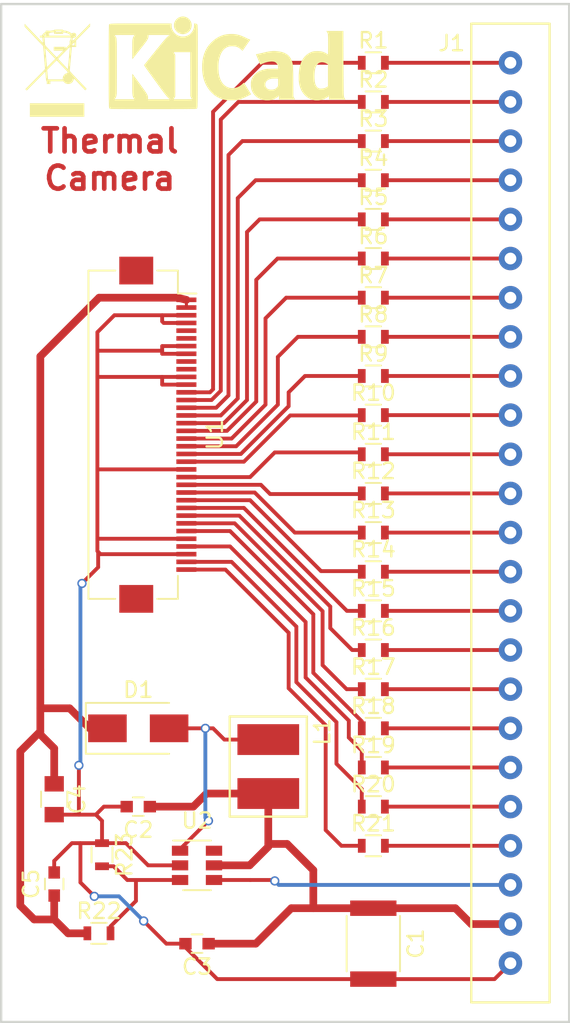
<source format=kicad_pcb>
(kicad_pcb (version 4) (host pcbnew 4.0.7)

  (general
    (links 73)
    (no_connects 0)
    (area 124.384999 53.635 161.365001 120.725001)
    (thickness 1.6)
    (drawings 5)
    (tracks 251)
    (zones 0)
    (modules 35)
    (nets 54)
  )

  (page A4)
  (layers
    (0 F.Cu signal)
    (31 B.Cu signal)
    (32 B.Adhes user)
    (33 F.Adhes user)
    (34 B.Paste user)
    (35 F.Paste user)
    (36 B.SilkS user)
    (37 F.SilkS user)
    (38 B.Mask user)
    (39 F.Mask user)
    (40 Dwgs.User user)
    (41 Cmts.User user)
    (42 Eco1.User user)
    (43 Eco2.User user)
    (44 Edge.Cuts user)
    (45 Margin user)
    (46 B.CrtYd user)
    (47 F.CrtYd user)
    (48 B.Fab user)
    (49 F.Fab user)
  )

  (setup
    (last_trace_width 0.25)
    (trace_clearance 0.15)
    (zone_clearance 0.508)
    (zone_45_only no)
    (trace_min 0.2)
    (segment_width 0.2)
    (edge_width 0.15)
    (via_size 0.6)
    (via_drill 0.4)
    (via_min_size 0.4)
    (via_min_drill 0.3)
    (uvia_size 0.3)
    (uvia_drill 0.1)
    (uvias_allowed no)
    (uvia_min_size 0.2)
    (uvia_min_drill 0.1)
    (pcb_text_width 0.3)
    (pcb_text_size 1.5 1.5)
    (mod_edge_width 0.15)
    (mod_text_size 1 1)
    (mod_text_width 0.15)
    (pad_size 1.524 1.524)
    (pad_drill 0.762)
    (pad_to_mask_clearance 0.2)
    (aux_axis_origin 0 0)
    (visible_elements 7FFFFFFF)
    (pcbplotparams
      (layerselection 0x00030_80000001)
      (usegerberextensions false)
      (excludeedgelayer true)
      (linewidth 0.100000)
      (plotframeref false)
      (viasonmask false)
      (mode 1)
      (useauxorigin false)
      (hpglpennumber 1)
      (hpglpenspeed 20)
      (hpglpendiameter 15)
      (hpglpenoverlay 2)
      (psnegative false)
      (psa4output false)
      (plotreference true)
      (plotvalue true)
      (plotinvisibletext false)
      (padsonsilk false)
      (subtractmaskfromsilk false)
      (outputformat 1)
      (mirror false)
      (drillshape 1)
      (scaleselection 1)
      (outputdirectory ""))
  )

  (net 0 "")
  (net 1 +5V)
  (net 2 GND)
  (net 3 /9.5V)
  (net 4 "Net-(D1-Pad2)")
  (net 5 "Net-(J1-Pad1)")
  (net 6 "Net-(J1-Pad2)")
  (net 7 "Net-(J1-Pad3)")
  (net 8 "Net-(J1-Pad4)")
  (net 9 "Net-(J1-Pad5)")
  (net 10 "Net-(J1-Pad6)")
  (net 11 "Net-(J1-Pad7)")
  (net 12 "Net-(J1-Pad8)")
  (net 13 "Net-(J1-Pad9)")
  (net 14 "Net-(J1-Pad10)")
  (net 15 "Net-(J1-Pad11)")
  (net 16 "Net-(J1-Pad12)")
  (net 17 "Net-(J1-Pad13)")
  (net 18 "Net-(J1-Pad14)")
  (net 19 "Net-(J1-Pad15)")
  (net 20 "Net-(J1-Pad16)")
  (net 21 "Net-(J1-Pad17)")
  (net 22 "Net-(J1-Pad18)")
  (net 23 "Net-(J1-Pad19)")
  (net 24 "Net-(J1-Pad20)")
  (net 25 "Net-(J1-Pad21)")
  (net 26 /PEN)
  (net 27 "Net-(R1-Pad1)")
  (net 28 "Net-(R2-Pad1)")
  (net 29 "Net-(R3-Pad1)")
  (net 30 "Net-(R4-Pad1)")
  (net 31 "Net-(R5-Pad1)")
  (net 32 "Net-(R6-Pad1)")
  (net 33 "Net-(R8-Pad1)")
  (net 34 "Net-(R9-Pad1)")
  (net 35 "Net-(R10-Pad1)")
  (net 36 "Net-(R11-Pad1)")
  (net 37 "Net-(R12-Pad1)")
  (net 38 "Net-(R13-Pad1)")
  (net 39 "Net-(R14-Pad1)")
  (net 40 "Net-(R15-Pad1)")
  (net 41 "Net-(R16-Pad1)")
  (net 42 "Net-(R17-Pad1)")
  (net 43 "Net-(R18-Pad1)")
  (net 44 "Net-(R19-Pad1)")
  (net 45 "Net-(R20-Pad1)")
  (net 46 "Net-(R21-Pad1)")
  (net 47 "Net-(R22-Pad2)")
  (net 48 "Net-(U1-Pad5)")
  (net 49 "Net-(U1-Pad6)")
  (net 50 "Net-(U1-Pad9)")
  (net 51 "Net-(U1-Pad10)")
  (net 52 "Net-(R7-Pad1)")
  (net 53 "Net-(U2-Pad6)")

  (net_class Default 这是默认网络组.
    (clearance 0.15)
    (trace_width 0.25)
    (via_dia 0.6)
    (via_drill 0.4)
    (uvia_dia 0.3)
    (uvia_drill 0.1)
    (add_net /PEN)
    (add_net GND)
    (add_net "Net-(D1-Pad2)")
    (add_net "Net-(J1-Pad1)")
    (add_net "Net-(J1-Pad10)")
    (add_net "Net-(J1-Pad11)")
    (add_net "Net-(J1-Pad12)")
    (add_net "Net-(J1-Pad13)")
    (add_net "Net-(J1-Pad14)")
    (add_net "Net-(J1-Pad15)")
    (add_net "Net-(J1-Pad16)")
    (add_net "Net-(J1-Pad17)")
    (add_net "Net-(J1-Pad18)")
    (add_net "Net-(J1-Pad19)")
    (add_net "Net-(J1-Pad2)")
    (add_net "Net-(J1-Pad20)")
    (add_net "Net-(J1-Pad21)")
    (add_net "Net-(J1-Pad3)")
    (add_net "Net-(J1-Pad4)")
    (add_net "Net-(J1-Pad5)")
    (add_net "Net-(J1-Pad6)")
    (add_net "Net-(J1-Pad7)")
    (add_net "Net-(J1-Pad8)")
    (add_net "Net-(J1-Pad9)")
    (add_net "Net-(R1-Pad1)")
    (add_net "Net-(R10-Pad1)")
    (add_net "Net-(R11-Pad1)")
    (add_net "Net-(R12-Pad1)")
    (add_net "Net-(R13-Pad1)")
    (add_net "Net-(R14-Pad1)")
    (add_net "Net-(R15-Pad1)")
    (add_net "Net-(R16-Pad1)")
    (add_net "Net-(R17-Pad1)")
    (add_net "Net-(R18-Pad1)")
    (add_net "Net-(R19-Pad1)")
    (add_net "Net-(R2-Pad1)")
    (add_net "Net-(R20-Pad1)")
    (add_net "Net-(R21-Pad1)")
    (add_net "Net-(R22-Pad2)")
    (add_net "Net-(R3-Pad1)")
    (add_net "Net-(R4-Pad1)")
    (add_net "Net-(R5-Pad1)")
    (add_net "Net-(R6-Pad1)")
    (add_net "Net-(R7-Pad1)")
    (add_net "Net-(R8-Pad1)")
    (add_net "Net-(R9-Pad1)")
    (add_net "Net-(U1-Pad10)")
    (add_net "Net-(U1-Pad5)")
    (add_net "Net-(U1-Pad6)")
    (add_net "Net-(U1-Pad9)")
    (add_net "Net-(U2-Pad6)")
  )

  (net_class +5 ""
    (clearance 0.2)
    (trace_width 0.5)
    (via_dia 0.6)
    (via_drill 0.4)
    (uvia_dia 0.3)
    (uvia_drill 0.1)
    (add_net +5V)
  )

  (net_class 9.5 ""
    (clearance 0.2)
    (trace_width 0.5)
    (via_dia 0.6)
    (via_drill 0.4)
    (uvia_dia 0.3)
    (uvia_drill 0.1)
    (add_net /9.5V)
  )

  (module Capacitors_SMD:C_1812 (layer F.Cu) (tedit 58AA850E) (tstamp 5D7824E1)
    (at 148.59 115.57 270)
    (descr "Capacitor SMD 1812, reflow soldering, AVX (see smccp.pdf)")
    (tags "capacitor 1812")
    (path /5D784A8D)
    (attr smd)
    (fp_text reference C1 (at 0 -2.75 270) (layer F.SilkS)
      (effects (font (size 1 1) (thickness 0.15)))
    )
    (fp_text value 10uF (at 0 2.75 270) (layer F.Fab)
      (effects (font (size 1 1) (thickness 0.15)))
    )
    (fp_text user %R (at 0 -2.75 270) (layer F.Fab)
      (effects (font (size 1 1) (thickness 0.15)))
    )
    (fp_line (start -2.25 1.6) (end -2.25 -1.6) (layer F.Fab) (width 0.1))
    (fp_line (start 2.25 1.6) (end -2.25 1.6) (layer F.Fab) (width 0.1))
    (fp_line (start 2.25 -1.6) (end 2.25 1.6) (layer F.Fab) (width 0.1))
    (fp_line (start -2.25 -1.6) (end 2.25 -1.6) (layer F.Fab) (width 0.1))
    (fp_line (start 1.8 -1.73) (end -1.8 -1.73) (layer F.SilkS) (width 0.12))
    (fp_line (start -1.8 1.73) (end 1.8 1.73) (layer F.SilkS) (width 0.12))
    (fp_line (start -3.05 -1.85) (end 3.05 -1.85) (layer F.CrtYd) (width 0.05))
    (fp_line (start -3.05 -1.85) (end -3.05 1.85) (layer F.CrtYd) (width 0.05))
    (fp_line (start 3.05 1.85) (end 3.05 -1.85) (layer F.CrtYd) (width 0.05))
    (fp_line (start 3.05 1.85) (end -3.05 1.85) (layer F.CrtYd) (width 0.05))
    (pad 1 smd rect (at -2.3 0 270) (size 1 3) (layers F.Cu F.Paste F.Mask)
      (net 1 +5V))
    (pad 2 smd rect (at 2.3 0 270) (size 1 3) (layers F.Cu F.Paste F.Mask)
      (net 2 GND))
    (model Capacitors_SMD.3dshapes/C_1812.wrl
      (at (xyz 0 0 0))
      (scale (xyz 1 1 1))
      (rotate (xyz 0 0 0))
    )
  )

  (module Capacitors_SMD:C_0603 (layer F.Cu) (tedit 59958EE7) (tstamp 5D7824F2)
    (at 133.35 106.68 180)
    (descr "Capacitor SMD 0603, reflow soldering, AVX (see smccp.pdf)")
    (tags "capacitor 0603")
    (path /5D776241)
    (attr smd)
    (fp_text reference C2 (at 0 -1.5 180) (layer F.SilkS)
      (effects (font (size 1 1) (thickness 0.15)))
    )
    (fp_text value 0.1uF (at 0 1.5 180) (layer F.Fab)
      (effects (font (size 1 1) (thickness 0.15)))
    )
    (fp_line (start 1.4 0.65) (end -1.4 0.65) (layer F.CrtYd) (width 0.05))
    (fp_line (start 1.4 0.65) (end 1.4 -0.65) (layer F.CrtYd) (width 0.05))
    (fp_line (start -1.4 -0.65) (end -1.4 0.65) (layer F.CrtYd) (width 0.05))
    (fp_line (start -1.4 -0.65) (end 1.4 -0.65) (layer F.CrtYd) (width 0.05))
    (fp_line (start 0.35 0.6) (end -0.35 0.6) (layer F.SilkS) (width 0.12))
    (fp_line (start -0.35 -0.6) (end 0.35 -0.6) (layer F.SilkS) (width 0.12))
    (fp_line (start -0.8 -0.4) (end 0.8 -0.4) (layer F.Fab) (width 0.1))
    (fp_line (start 0.8 -0.4) (end 0.8 0.4) (layer F.Fab) (width 0.1))
    (fp_line (start 0.8 0.4) (end -0.8 0.4) (layer F.Fab) (width 0.1))
    (fp_line (start -0.8 0.4) (end -0.8 -0.4) (layer F.Fab) (width 0.1))
    (fp_text user %R (at 0 0 180) (layer F.Fab)
      (effects (font (size 0.3 0.3) (thickness 0.075)))
    )
    (pad 2 smd rect (at 0.75 0 180) (size 0.8 0.75) (layers F.Cu F.Paste F.Mask)
      (net 2 GND))
    (pad 1 smd rect (at -0.75 0 180) (size 0.8 0.75) (layers F.Cu F.Paste F.Mask)
      (net 1 +5V))
    (model Capacitors_SMD.3dshapes/C_0603.wrl
      (at (xyz 0 0 0))
      (scale (xyz 1 1 1))
      (rotate (xyz 0 0 0))
    )
  )

  (module Capacitors_SMD:C_0603 (layer F.Cu) (tedit 59958EE7) (tstamp 5D782503)
    (at 137.16 115.57 180)
    (descr "Capacitor SMD 0603, reflow soldering, AVX (see smccp.pdf)")
    (tags "capacitor 0603")
    (path /5D7761F8)
    (attr smd)
    (fp_text reference C3 (at 0 -1.5 180) (layer F.SilkS)
      (effects (font (size 1 1) (thickness 0.15)))
    )
    (fp_text value 0.1uF (at 0 1.5 180) (layer F.Fab)
      (effects (font (size 1 1) (thickness 0.15)))
    )
    (fp_line (start 1.4 0.65) (end -1.4 0.65) (layer F.CrtYd) (width 0.05))
    (fp_line (start 1.4 0.65) (end 1.4 -0.65) (layer F.CrtYd) (width 0.05))
    (fp_line (start -1.4 -0.65) (end -1.4 0.65) (layer F.CrtYd) (width 0.05))
    (fp_line (start -1.4 -0.65) (end 1.4 -0.65) (layer F.CrtYd) (width 0.05))
    (fp_line (start 0.35 0.6) (end -0.35 0.6) (layer F.SilkS) (width 0.12))
    (fp_line (start -0.35 -0.6) (end 0.35 -0.6) (layer F.SilkS) (width 0.12))
    (fp_line (start -0.8 -0.4) (end 0.8 -0.4) (layer F.Fab) (width 0.1))
    (fp_line (start 0.8 -0.4) (end 0.8 0.4) (layer F.Fab) (width 0.1))
    (fp_line (start 0.8 0.4) (end -0.8 0.4) (layer F.Fab) (width 0.1))
    (fp_line (start -0.8 0.4) (end -0.8 -0.4) (layer F.Fab) (width 0.1))
    (fp_text user %R (at 0 0 180) (layer F.Fab)
      (effects (font (size 0.3 0.3) (thickness 0.075)))
    )
    (pad 2 smd rect (at 0.75 0 180) (size 0.8 0.75) (layers F.Cu F.Paste F.Mask)
      (net 2 GND))
    (pad 1 smd rect (at -0.75 0 180) (size 0.8 0.75) (layers F.Cu F.Paste F.Mask)
      (net 1 +5V))
    (model Capacitors_SMD.3dshapes/C_0603.wrl
      (at (xyz 0 0 0))
      (scale (xyz 1 1 1))
      (rotate (xyz 0 0 0))
    )
  )

  (module Capacitors_SMD:C_0805 (layer F.Cu) (tedit 58AA8463) (tstamp 5D782514)
    (at 127.9 106.2 270)
    (descr "Capacitor SMD 0805, reflow soldering, AVX (see smccp.pdf)")
    (tags "capacitor 0805")
    (path /5D776278)
    (attr smd)
    (fp_text reference C4 (at 0 -1.5 270) (layer F.SilkS)
      (effects (font (size 1 1) (thickness 0.15)))
    )
    (fp_text value 22uF (at 0 1.75 270) (layer F.Fab)
      (effects (font (size 1 1) (thickness 0.15)))
    )
    (fp_text user %R (at 0 -1.5 270) (layer F.Fab)
      (effects (font (size 1 1) (thickness 0.15)))
    )
    (fp_line (start -1 0.62) (end -1 -0.62) (layer F.Fab) (width 0.1))
    (fp_line (start 1 0.62) (end -1 0.62) (layer F.Fab) (width 0.1))
    (fp_line (start 1 -0.62) (end 1 0.62) (layer F.Fab) (width 0.1))
    (fp_line (start -1 -0.62) (end 1 -0.62) (layer F.Fab) (width 0.1))
    (fp_line (start 0.5 -0.85) (end -0.5 -0.85) (layer F.SilkS) (width 0.12))
    (fp_line (start -0.5 0.85) (end 0.5 0.85) (layer F.SilkS) (width 0.12))
    (fp_line (start -1.75 -0.88) (end 1.75 -0.88) (layer F.CrtYd) (width 0.05))
    (fp_line (start -1.75 -0.88) (end -1.75 0.87) (layer F.CrtYd) (width 0.05))
    (fp_line (start 1.75 0.87) (end 1.75 -0.88) (layer F.CrtYd) (width 0.05))
    (fp_line (start 1.75 0.87) (end -1.75 0.87) (layer F.CrtYd) (width 0.05))
    (pad 1 smd rect (at -1 0 270) (size 1 1.25) (layers F.Cu F.Paste F.Mask)
      (net 3 /9.5V))
    (pad 2 smd rect (at 1 0 270) (size 1 1.25) (layers F.Cu F.Paste F.Mask)
      (net 2 GND))
    (model Capacitors_SMD.3dshapes/C_0805.wrl
      (at (xyz 0 0 0))
      (scale (xyz 1 1 1))
      (rotate (xyz 0 0 0))
    )
  )

  (module Capacitors_SMD:C_0603 (layer F.Cu) (tedit 59958EE7) (tstamp 5D782525)
    (at 127.9 111.7 90)
    (descr "Capacitor SMD 0603, reflow soldering, AVX (see smccp.pdf)")
    (tags "capacitor 0603")
    (path /5D7762D1)
    (attr smd)
    (fp_text reference C5 (at 0 -1.5 90) (layer F.SilkS)
      (effects (font (size 1 1) (thickness 0.15)))
    )
    (fp_text value 0.1uF (at 0 1.5 90) (layer F.Fab)
      (effects (font (size 1 1) (thickness 0.15)))
    )
    (fp_line (start 1.4 0.65) (end -1.4 0.65) (layer F.CrtYd) (width 0.05))
    (fp_line (start 1.4 0.65) (end 1.4 -0.65) (layer F.CrtYd) (width 0.05))
    (fp_line (start -1.4 -0.65) (end -1.4 0.65) (layer F.CrtYd) (width 0.05))
    (fp_line (start -1.4 -0.65) (end 1.4 -0.65) (layer F.CrtYd) (width 0.05))
    (fp_line (start 0.35 0.6) (end -0.35 0.6) (layer F.SilkS) (width 0.12))
    (fp_line (start -0.35 -0.6) (end 0.35 -0.6) (layer F.SilkS) (width 0.12))
    (fp_line (start -0.8 -0.4) (end 0.8 -0.4) (layer F.Fab) (width 0.1))
    (fp_line (start 0.8 -0.4) (end 0.8 0.4) (layer F.Fab) (width 0.1))
    (fp_line (start 0.8 0.4) (end -0.8 0.4) (layer F.Fab) (width 0.1))
    (fp_line (start -0.8 0.4) (end -0.8 -0.4) (layer F.Fab) (width 0.1))
    (fp_text user %R (at 0 0 90) (layer F.Fab)
      (effects (font (size 0.3 0.3) (thickness 0.075)))
    )
    (pad 2 smd rect (at 0.75 0 90) (size 0.8 0.75) (layers F.Cu F.Paste F.Mask)
      (net 2 GND))
    (pad 1 smd rect (at -0.75 0 90) (size 0.8 0.75) (layers F.Cu F.Paste F.Mask)
      (net 3 /9.5V))
    (model Capacitors_SMD.3dshapes/C_0603.wrl
      (at (xyz 0 0 0))
      (scale (xyz 1 1 1))
      (rotate (xyz 0 0 0))
    )
  )

  (module Diodes_SMD:D_SMA (layer F.Cu) (tedit 586432E5) (tstamp 5D78253D)
    (at 133.35 101.6)
    (descr "Diode SMA (DO-214AC)")
    (tags "Diode SMA (DO-214AC)")
    (path /5D776401)
    (attr smd)
    (fp_text reference D1 (at 0 -2.5) (layer F.SilkS)
      (effects (font (size 1 1) (thickness 0.15)))
    )
    (fp_text value D (at 0 2.6) (layer F.Fab)
      (effects (font (size 1 1) (thickness 0.15)))
    )
    (fp_text user %R (at 0 -2.5) (layer F.Fab)
      (effects (font (size 1 1) (thickness 0.15)))
    )
    (fp_line (start -3.4 -1.65) (end -3.4 1.65) (layer F.SilkS) (width 0.12))
    (fp_line (start 2.3 1.5) (end -2.3 1.5) (layer F.Fab) (width 0.1))
    (fp_line (start -2.3 1.5) (end -2.3 -1.5) (layer F.Fab) (width 0.1))
    (fp_line (start 2.3 -1.5) (end 2.3 1.5) (layer F.Fab) (width 0.1))
    (fp_line (start 2.3 -1.5) (end -2.3 -1.5) (layer F.Fab) (width 0.1))
    (fp_line (start -3.5 -1.75) (end 3.5 -1.75) (layer F.CrtYd) (width 0.05))
    (fp_line (start 3.5 -1.75) (end 3.5 1.75) (layer F.CrtYd) (width 0.05))
    (fp_line (start 3.5 1.75) (end -3.5 1.75) (layer F.CrtYd) (width 0.05))
    (fp_line (start -3.5 1.75) (end -3.5 -1.75) (layer F.CrtYd) (width 0.05))
    (fp_line (start -0.64944 0.00102) (end -1.55114 0.00102) (layer F.Fab) (width 0.1))
    (fp_line (start 0.50118 0.00102) (end 1.4994 0.00102) (layer F.Fab) (width 0.1))
    (fp_line (start -0.64944 -0.79908) (end -0.64944 0.80112) (layer F.Fab) (width 0.1))
    (fp_line (start 0.50118 0.75032) (end 0.50118 -0.79908) (layer F.Fab) (width 0.1))
    (fp_line (start -0.64944 0.00102) (end 0.50118 0.75032) (layer F.Fab) (width 0.1))
    (fp_line (start -0.64944 0.00102) (end 0.50118 -0.79908) (layer F.Fab) (width 0.1))
    (fp_line (start -3.4 1.65) (end 2 1.65) (layer F.SilkS) (width 0.12))
    (fp_line (start -3.4 -1.65) (end 2 -1.65) (layer F.SilkS) (width 0.12))
    (pad 1 smd rect (at -2 0) (size 2.5 1.8) (layers F.Cu F.Paste F.Mask)
      (net 3 /9.5V))
    (pad 2 smd rect (at 2 0) (size 2.5 1.8) (layers F.Cu F.Paste F.Mask)
      (net 4 "Net-(D1-Pad2)"))
    (model ${KISYS3DMOD}/Diodes_SMD.3dshapes/D_SMA.wrl
      (at (xyz 0 0 0))
      (scale (xyz 1 1 1))
      (rotate (xyz 0 0 0))
    )
  )

  (module pin24:pin24 (layer F.Cu) (tedit 5D77A4F6) (tstamp 5D78255D)
    (at 154.94 55.88)
    (path /5D77E364)
    (fp_text reference J1 (at -1.27 1.27) (layer F.SilkS)
      (effects (font (size 1 1) (thickness 0.15)))
    )
    (fp_text value "" (at 1.27 -1.27) (layer F.Fab)
      (effects (font (size 1 1) (thickness 0.15)))
    )
    (fp_line (start 0 0) (end 5.08 0) (layer F.SilkS) (width 0.15))
    (fp_line (start 5.08 0) (end 5.08 63.5) (layer F.SilkS) (width 0.15))
    (fp_line (start 5.08 63.5) (end 0 63.5) (layer F.SilkS) (width 0.15))
    (fp_line (start 0 63.5) (end 0 0) (layer F.SilkS) (width 0.15))
    (pad 1 thru_hole circle (at 2.54 2.54) (size 1.524 1.524) (drill 0.762) (layers *.Cu *.Mask)
      (net 5 "Net-(J1-Pad1)"))
    (pad 2 thru_hole circle (at 2.54 5.08) (size 1.524 1.524) (drill 0.762) (layers *.Cu *.Mask)
      (net 6 "Net-(J1-Pad2)"))
    (pad 3 thru_hole circle (at 2.54 7.62) (size 1.524 1.524) (drill 0.762) (layers *.Cu *.Mask)
      (net 7 "Net-(J1-Pad3)"))
    (pad 4 thru_hole circle (at 2.54 10.16) (size 1.524 1.524) (drill 0.762) (layers *.Cu *.Mask)
      (net 8 "Net-(J1-Pad4)"))
    (pad 5 thru_hole circle (at 2.54 12.7) (size 1.524 1.524) (drill 0.762) (layers *.Cu *.Mask)
      (net 9 "Net-(J1-Pad5)"))
    (pad 6 thru_hole circle (at 2.54 15.24) (size 1.524 1.524) (drill 0.762) (layers *.Cu *.Mask)
      (net 10 "Net-(J1-Pad6)"))
    (pad 7 thru_hole circle (at 2.54 17.78) (size 1.524 1.524) (drill 0.762) (layers *.Cu *.Mask)
      (net 11 "Net-(J1-Pad7)"))
    (pad 8 thru_hole circle (at 2.54 20.32) (size 1.524 1.524) (drill 0.762) (layers *.Cu *.Mask)
      (net 12 "Net-(J1-Pad8)"))
    (pad 9 thru_hole circle (at 2.54 22.86) (size 1.524 1.524) (drill 0.762) (layers *.Cu *.Mask)
      (net 13 "Net-(J1-Pad9)"))
    (pad 10 thru_hole circle (at 2.54 25.4) (size 1.524 1.524) (drill 0.762) (layers *.Cu *.Mask)
      (net 14 "Net-(J1-Pad10)"))
    (pad 11 thru_hole circle (at 2.54 27.94) (size 1.524 1.524) (drill 0.762) (layers *.Cu *.Mask)
      (net 15 "Net-(J1-Pad11)"))
    (pad 12 thru_hole circle (at 2.54 30.48) (size 1.524 1.524) (drill 0.762) (layers *.Cu *.Mask)
      (net 16 "Net-(J1-Pad12)"))
    (pad 13 thru_hole circle (at 2.54 33.02) (size 1.524 1.524) (drill 0.762) (layers *.Cu *.Mask)
      (net 17 "Net-(J1-Pad13)"))
    (pad 14 thru_hole circle (at 2.54 35.56) (size 1.524 1.524) (drill 0.762) (layers *.Cu *.Mask)
      (net 18 "Net-(J1-Pad14)"))
    (pad 15 thru_hole circle (at 2.54 38.1) (size 1.524 1.524) (drill 0.762) (layers *.Cu *.Mask)
      (net 19 "Net-(J1-Pad15)"))
    (pad 16 thru_hole circle (at 2.54 40.64) (size 1.524 1.524) (drill 0.762) (layers *.Cu *.Mask)
      (net 20 "Net-(J1-Pad16)"))
    (pad 17 thru_hole circle (at 2.54 43.18) (size 1.524 1.524) (drill 0.762) (layers *.Cu *.Mask)
      (net 21 "Net-(J1-Pad17)"))
    (pad 18 thru_hole circle (at 2.54 45.72) (size 1.524 1.524) (drill 0.762) (layers *.Cu *.Mask)
      (net 22 "Net-(J1-Pad18)"))
    (pad 19 thru_hole circle (at 2.54 48.26) (size 1.524 1.524) (drill 0.762) (layers *.Cu *.Mask)
      (net 23 "Net-(J1-Pad19)"))
    (pad 20 thru_hole circle (at 2.54 50.8) (size 1.524 1.524) (drill 0.762) (layers *.Cu *.Mask)
      (net 24 "Net-(J1-Pad20)"))
    (pad 21 thru_hole circle (at 2.54 53.34) (size 1.524 1.524) (drill 0.762) (layers *.Cu *.Mask)
      (net 25 "Net-(J1-Pad21)"))
    (pad 22 thru_hole circle (at 2.54 55.88) (size 1.524 1.524) (drill 0.762) (layers *.Cu *.Mask)
      (net 26 /PEN))
    (pad 23 thru_hole circle (at 2.54 58.42) (size 1.524 1.524) (drill 0.762) (layers *.Cu *.Mask)
      (net 1 +5V))
    (pad 24 thru_hole circle (at 2.54 60.96) (size 1.524 1.524) (drill 0.762) (layers *.Cu *.Mask)
      (net 2 GND))
  )

  (module cd43:cd43 (layer F.Cu) (tedit 5D7787F5) (tstamp 5D782568)
    (at 144.78 100.33 270)
    (path /5D7761B9)
    (fp_text reference L1 (at 1.5 -0.5 270) (layer F.SilkS)
      (effects (font (size 1 1) (thickness 0.15)))
    )
    (fp_text value 1uH (at 5.5 -0.5 270) (layer F.Fab)
      (effects (font (size 1 1) (thickness 0.15)))
    )
    (fp_line (start 1 0.5) (end 7 0.5) (layer F.SilkS) (width 0.15))
    (fp_line (start 7 0.5) (end 7 5.5) (layer F.SilkS) (width 0.15))
    (fp_line (start 7 5.5) (end 0.5 5.5) (layer F.SilkS) (width 0.15))
    (fp_line (start 0.5 5.5) (end 0.5 0.5) (layer F.SilkS) (width 0.15))
    (fp_line (start 0.5 0.5) (end 1 0.5) (layer F.SilkS) (width 0.15))
    (pad 1 smd rect (at 2 3 270) (size 2 4) (layers F.Cu F.Paste F.Mask)
      (net 4 "Net-(D1-Pad2)"))
    (pad 2 smd rect (at 5.5 3 270) (size 2 4) (layers F.Cu F.Paste F.Mask)
      (net 1 +5V))
  )

  (module Resistors_SMD:R_0603 (layer F.Cu) (tedit 58E0A804) (tstamp 5D782579)
    (at 148.59 58.42)
    (descr "Resistor SMD 0603, reflow soldering, Vishay (see dcrcw.pdf)")
    (tags "resistor 0603")
    (path /5D778508)
    (attr smd)
    (fp_text reference R1 (at 0 -1.45) (layer F.SilkS)
      (effects (font (size 1 1) (thickness 0.15)))
    )
    (fp_text value 22R (at 0 1.5) (layer F.Fab)
      (effects (font (size 1 1) (thickness 0.15)))
    )
    (fp_text user %R (at 0 0) (layer F.Fab)
      (effects (font (size 0.4 0.4) (thickness 0.075)))
    )
    (fp_line (start -0.8 0.4) (end -0.8 -0.4) (layer F.Fab) (width 0.1))
    (fp_line (start 0.8 0.4) (end -0.8 0.4) (layer F.Fab) (width 0.1))
    (fp_line (start 0.8 -0.4) (end 0.8 0.4) (layer F.Fab) (width 0.1))
    (fp_line (start -0.8 -0.4) (end 0.8 -0.4) (layer F.Fab) (width 0.1))
    (fp_line (start 0.5 0.68) (end -0.5 0.68) (layer F.SilkS) (width 0.12))
    (fp_line (start -0.5 -0.68) (end 0.5 -0.68) (layer F.SilkS) (width 0.12))
    (fp_line (start -1.25 -0.7) (end 1.25 -0.7) (layer F.CrtYd) (width 0.05))
    (fp_line (start -1.25 -0.7) (end -1.25 0.7) (layer F.CrtYd) (width 0.05))
    (fp_line (start 1.25 0.7) (end 1.25 -0.7) (layer F.CrtYd) (width 0.05))
    (fp_line (start 1.25 0.7) (end -1.25 0.7) (layer F.CrtYd) (width 0.05))
    (pad 1 smd rect (at -0.75 0) (size 0.5 0.9) (layers F.Cu F.Paste F.Mask)
      (net 27 "Net-(R1-Pad1)"))
    (pad 2 smd rect (at 0.75 0) (size 0.5 0.9) (layers F.Cu F.Paste F.Mask)
      (net 5 "Net-(J1-Pad1)"))
    (model ${KISYS3DMOD}/Resistors_SMD.3dshapes/R_0603.wrl
      (at (xyz 0 0 0))
      (scale (xyz 1 1 1))
      (rotate (xyz 0 0 0))
    )
  )

  (module Resistors_SMD:R_0603 (layer F.Cu) (tedit 58E0A804) (tstamp 5D78258A)
    (at 148.59 60.96)
    (descr "Resistor SMD 0603, reflow soldering, Vishay (see dcrcw.pdf)")
    (tags "resistor 0603")
    (path /5D7787C6)
    (attr smd)
    (fp_text reference R2 (at 0 -1.45) (layer F.SilkS)
      (effects (font (size 1 1) (thickness 0.15)))
    )
    (fp_text value 22R (at 0 1.5) (layer F.Fab)
      (effects (font (size 1 1) (thickness 0.15)))
    )
    (fp_text user %R (at 0 0) (layer F.Fab)
      (effects (font (size 0.4 0.4) (thickness 0.075)))
    )
    (fp_line (start -0.8 0.4) (end -0.8 -0.4) (layer F.Fab) (width 0.1))
    (fp_line (start 0.8 0.4) (end -0.8 0.4) (layer F.Fab) (width 0.1))
    (fp_line (start 0.8 -0.4) (end 0.8 0.4) (layer F.Fab) (width 0.1))
    (fp_line (start -0.8 -0.4) (end 0.8 -0.4) (layer F.Fab) (width 0.1))
    (fp_line (start 0.5 0.68) (end -0.5 0.68) (layer F.SilkS) (width 0.12))
    (fp_line (start -0.5 -0.68) (end 0.5 -0.68) (layer F.SilkS) (width 0.12))
    (fp_line (start -1.25 -0.7) (end 1.25 -0.7) (layer F.CrtYd) (width 0.05))
    (fp_line (start -1.25 -0.7) (end -1.25 0.7) (layer F.CrtYd) (width 0.05))
    (fp_line (start 1.25 0.7) (end 1.25 -0.7) (layer F.CrtYd) (width 0.05))
    (fp_line (start 1.25 0.7) (end -1.25 0.7) (layer F.CrtYd) (width 0.05))
    (pad 1 smd rect (at -0.75 0) (size 0.5 0.9) (layers F.Cu F.Paste F.Mask)
      (net 28 "Net-(R2-Pad1)"))
    (pad 2 smd rect (at 0.75 0) (size 0.5 0.9) (layers F.Cu F.Paste F.Mask)
      (net 6 "Net-(J1-Pad2)"))
    (model ${KISYS3DMOD}/Resistors_SMD.3dshapes/R_0603.wrl
      (at (xyz 0 0 0))
      (scale (xyz 1 1 1))
      (rotate (xyz 0 0 0))
    )
  )

  (module Resistors_SMD:R_0603 (layer F.Cu) (tedit 58E0A804) (tstamp 5D78259B)
    (at 148.59 63.5)
    (descr "Resistor SMD 0603, reflow soldering, Vishay (see dcrcw.pdf)")
    (tags "resistor 0603")
    (path /5D778808)
    (attr smd)
    (fp_text reference R3 (at 0 -1.45) (layer F.SilkS)
      (effects (font (size 1 1) (thickness 0.15)))
    )
    (fp_text value 22R (at 0 1.5) (layer F.Fab)
      (effects (font (size 1 1) (thickness 0.15)))
    )
    (fp_text user %R (at 0 0) (layer F.Fab)
      (effects (font (size 0.4 0.4) (thickness 0.075)))
    )
    (fp_line (start -0.8 0.4) (end -0.8 -0.4) (layer F.Fab) (width 0.1))
    (fp_line (start 0.8 0.4) (end -0.8 0.4) (layer F.Fab) (width 0.1))
    (fp_line (start 0.8 -0.4) (end 0.8 0.4) (layer F.Fab) (width 0.1))
    (fp_line (start -0.8 -0.4) (end 0.8 -0.4) (layer F.Fab) (width 0.1))
    (fp_line (start 0.5 0.68) (end -0.5 0.68) (layer F.SilkS) (width 0.12))
    (fp_line (start -0.5 -0.68) (end 0.5 -0.68) (layer F.SilkS) (width 0.12))
    (fp_line (start -1.25 -0.7) (end 1.25 -0.7) (layer F.CrtYd) (width 0.05))
    (fp_line (start -1.25 -0.7) (end -1.25 0.7) (layer F.CrtYd) (width 0.05))
    (fp_line (start 1.25 0.7) (end 1.25 -0.7) (layer F.CrtYd) (width 0.05))
    (fp_line (start 1.25 0.7) (end -1.25 0.7) (layer F.CrtYd) (width 0.05))
    (pad 1 smd rect (at -0.75 0) (size 0.5 0.9) (layers F.Cu F.Paste F.Mask)
      (net 29 "Net-(R3-Pad1)"))
    (pad 2 smd rect (at 0.75 0) (size 0.5 0.9) (layers F.Cu F.Paste F.Mask)
      (net 7 "Net-(J1-Pad3)"))
    (model ${KISYS3DMOD}/Resistors_SMD.3dshapes/R_0603.wrl
      (at (xyz 0 0 0))
      (scale (xyz 1 1 1))
      (rotate (xyz 0 0 0))
    )
  )

  (module Resistors_SMD:R_0603 (layer F.Cu) (tedit 58E0A804) (tstamp 5D7825AC)
    (at 148.59 66.04)
    (descr "Resistor SMD 0603, reflow soldering, Vishay (see dcrcw.pdf)")
    (tags "resistor 0603")
    (path /5D77880E)
    (attr smd)
    (fp_text reference R4 (at 0 -1.45) (layer F.SilkS)
      (effects (font (size 1 1) (thickness 0.15)))
    )
    (fp_text value 22R (at 0 1.5) (layer F.Fab)
      (effects (font (size 1 1) (thickness 0.15)))
    )
    (fp_text user %R (at 0 0) (layer F.Fab)
      (effects (font (size 0.4 0.4) (thickness 0.075)))
    )
    (fp_line (start -0.8 0.4) (end -0.8 -0.4) (layer F.Fab) (width 0.1))
    (fp_line (start 0.8 0.4) (end -0.8 0.4) (layer F.Fab) (width 0.1))
    (fp_line (start 0.8 -0.4) (end 0.8 0.4) (layer F.Fab) (width 0.1))
    (fp_line (start -0.8 -0.4) (end 0.8 -0.4) (layer F.Fab) (width 0.1))
    (fp_line (start 0.5 0.68) (end -0.5 0.68) (layer F.SilkS) (width 0.12))
    (fp_line (start -0.5 -0.68) (end 0.5 -0.68) (layer F.SilkS) (width 0.12))
    (fp_line (start -1.25 -0.7) (end 1.25 -0.7) (layer F.CrtYd) (width 0.05))
    (fp_line (start -1.25 -0.7) (end -1.25 0.7) (layer F.CrtYd) (width 0.05))
    (fp_line (start 1.25 0.7) (end 1.25 -0.7) (layer F.CrtYd) (width 0.05))
    (fp_line (start 1.25 0.7) (end -1.25 0.7) (layer F.CrtYd) (width 0.05))
    (pad 1 smd rect (at -0.75 0) (size 0.5 0.9) (layers F.Cu F.Paste F.Mask)
      (net 30 "Net-(R4-Pad1)"))
    (pad 2 smd rect (at 0.75 0) (size 0.5 0.9) (layers F.Cu F.Paste F.Mask)
      (net 8 "Net-(J1-Pad4)"))
    (model ${KISYS3DMOD}/Resistors_SMD.3dshapes/R_0603.wrl
      (at (xyz 0 0 0))
      (scale (xyz 1 1 1))
      (rotate (xyz 0 0 0))
    )
  )

  (module Resistors_SMD:R_0603 (layer F.Cu) (tedit 58E0A804) (tstamp 5D7825BD)
    (at 148.59 68.58)
    (descr "Resistor SMD 0603, reflow soldering, Vishay (see dcrcw.pdf)")
    (tags "resistor 0603")
    (path /5D7788AE)
    (attr smd)
    (fp_text reference R5 (at 0 -1.45) (layer F.SilkS)
      (effects (font (size 1 1) (thickness 0.15)))
    )
    (fp_text value 22R (at 0 1.5) (layer F.Fab)
      (effects (font (size 1 1) (thickness 0.15)))
    )
    (fp_text user %R (at 0 0) (layer F.Fab)
      (effects (font (size 0.4 0.4) (thickness 0.075)))
    )
    (fp_line (start -0.8 0.4) (end -0.8 -0.4) (layer F.Fab) (width 0.1))
    (fp_line (start 0.8 0.4) (end -0.8 0.4) (layer F.Fab) (width 0.1))
    (fp_line (start 0.8 -0.4) (end 0.8 0.4) (layer F.Fab) (width 0.1))
    (fp_line (start -0.8 -0.4) (end 0.8 -0.4) (layer F.Fab) (width 0.1))
    (fp_line (start 0.5 0.68) (end -0.5 0.68) (layer F.SilkS) (width 0.12))
    (fp_line (start -0.5 -0.68) (end 0.5 -0.68) (layer F.SilkS) (width 0.12))
    (fp_line (start -1.25 -0.7) (end 1.25 -0.7) (layer F.CrtYd) (width 0.05))
    (fp_line (start -1.25 -0.7) (end -1.25 0.7) (layer F.CrtYd) (width 0.05))
    (fp_line (start 1.25 0.7) (end 1.25 -0.7) (layer F.CrtYd) (width 0.05))
    (fp_line (start 1.25 0.7) (end -1.25 0.7) (layer F.CrtYd) (width 0.05))
    (pad 1 smd rect (at -0.75 0) (size 0.5 0.9) (layers F.Cu F.Paste F.Mask)
      (net 31 "Net-(R5-Pad1)"))
    (pad 2 smd rect (at 0.75 0) (size 0.5 0.9) (layers F.Cu F.Paste F.Mask)
      (net 9 "Net-(J1-Pad5)"))
    (model ${KISYS3DMOD}/Resistors_SMD.3dshapes/R_0603.wrl
      (at (xyz 0 0 0))
      (scale (xyz 1 1 1))
      (rotate (xyz 0 0 0))
    )
  )

  (module Resistors_SMD:R_0603 (layer F.Cu) (tedit 58E0A804) (tstamp 5D7825CE)
    (at 148.59 71.12)
    (descr "Resistor SMD 0603, reflow soldering, Vishay (see dcrcw.pdf)")
    (tags "resistor 0603")
    (path /5D7788B4)
    (attr smd)
    (fp_text reference R6 (at 0 -1.45) (layer F.SilkS)
      (effects (font (size 1 1) (thickness 0.15)))
    )
    (fp_text value 22R (at 0 1.5) (layer F.Fab)
      (effects (font (size 1 1) (thickness 0.15)))
    )
    (fp_text user %R (at 0 0) (layer F.Fab)
      (effects (font (size 0.4 0.4) (thickness 0.075)))
    )
    (fp_line (start -0.8 0.4) (end -0.8 -0.4) (layer F.Fab) (width 0.1))
    (fp_line (start 0.8 0.4) (end -0.8 0.4) (layer F.Fab) (width 0.1))
    (fp_line (start 0.8 -0.4) (end 0.8 0.4) (layer F.Fab) (width 0.1))
    (fp_line (start -0.8 -0.4) (end 0.8 -0.4) (layer F.Fab) (width 0.1))
    (fp_line (start 0.5 0.68) (end -0.5 0.68) (layer F.SilkS) (width 0.12))
    (fp_line (start -0.5 -0.68) (end 0.5 -0.68) (layer F.SilkS) (width 0.12))
    (fp_line (start -1.25 -0.7) (end 1.25 -0.7) (layer F.CrtYd) (width 0.05))
    (fp_line (start -1.25 -0.7) (end -1.25 0.7) (layer F.CrtYd) (width 0.05))
    (fp_line (start 1.25 0.7) (end 1.25 -0.7) (layer F.CrtYd) (width 0.05))
    (fp_line (start 1.25 0.7) (end -1.25 0.7) (layer F.CrtYd) (width 0.05))
    (pad 1 smd rect (at -0.75 0) (size 0.5 0.9) (layers F.Cu F.Paste F.Mask)
      (net 32 "Net-(R6-Pad1)"))
    (pad 2 smd rect (at 0.75 0) (size 0.5 0.9) (layers F.Cu F.Paste F.Mask)
      (net 10 "Net-(J1-Pad6)"))
    (model ${KISYS3DMOD}/Resistors_SMD.3dshapes/R_0603.wrl
      (at (xyz 0 0 0))
      (scale (xyz 1 1 1))
      (rotate (xyz 0 0 0))
    )
  )

  (module Resistors_SMD:R_0603 (layer F.Cu) (tedit 58E0A804) (tstamp 5D7825DF)
    (at 148.59 76.2)
    (descr "Resistor SMD 0603, reflow soldering, Vishay (see dcrcw.pdf)")
    (tags "resistor 0603")
    (path /5D7788C0)
    (attr smd)
    (fp_text reference R8 (at 0 -1.45) (layer F.SilkS)
      (effects (font (size 1 1) (thickness 0.15)))
    )
    (fp_text value 22R (at 0 1.5) (layer F.Fab)
      (effects (font (size 1 1) (thickness 0.15)))
    )
    (fp_text user %R (at 0 0) (layer F.Fab)
      (effects (font (size 0.4 0.4) (thickness 0.075)))
    )
    (fp_line (start -0.8 0.4) (end -0.8 -0.4) (layer F.Fab) (width 0.1))
    (fp_line (start 0.8 0.4) (end -0.8 0.4) (layer F.Fab) (width 0.1))
    (fp_line (start 0.8 -0.4) (end 0.8 0.4) (layer F.Fab) (width 0.1))
    (fp_line (start -0.8 -0.4) (end 0.8 -0.4) (layer F.Fab) (width 0.1))
    (fp_line (start 0.5 0.68) (end -0.5 0.68) (layer F.SilkS) (width 0.12))
    (fp_line (start -0.5 -0.68) (end 0.5 -0.68) (layer F.SilkS) (width 0.12))
    (fp_line (start -1.25 -0.7) (end 1.25 -0.7) (layer F.CrtYd) (width 0.05))
    (fp_line (start -1.25 -0.7) (end -1.25 0.7) (layer F.CrtYd) (width 0.05))
    (fp_line (start 1.25 0.7) (end 1.25 -0.7) (layer F.CrtYd) (width 0.05))
    (fp_line (start 1.25 0.7) (end -1.25 0.7) (layer F.CrtYd) (width 0.05))
    (pad 1 smd rect (at -0.75 0) (size 0.5 0.9) (layers F.Cu F.Paste F.Mask)
      (net 33 "Net-(R8-Pad1)"))
    (pad 2 smd rect (at 0.75 0) (size 0.5 0.9) (layers F.Cu F.Paste F.Mask)
      (net 12 "Net-(J1-Pad8)"))
    (model ${KISYS3DMOD}/Resistors_SMD.3dshapes/R_0603.wrl
      (at (xyz 0 0 0))
      (scale (xyz 1 1 1))
      (rotate (xyz 0 0 0))
    )
  )

  (module Resistors_SMD:R_0603 (layer F.Cu) (tedit 58E0A804) (tstamp 5D7825F0)
    (at 148.59 78.74)
    (descr "Resistor SMD 0603, reflow soldering, Vishay (see dcrcw.pdf)")
    (tags "resistor 0603")
    (path /5D778A00)
    (attr smd)
    (fp_text reference R9 (at 0 -1.45) (layer F.SilkS)
      (effects (font (size 1 1) (thickness 0.15)))
    )
    (fp_text value 22R (at 0 1.5) (layer F.Fab)
      (effects (font (size 1 1) (thickness 0.15)))
    )
    (fp_text user %R (at 0 0) (layer F.Fab)
      (effects (font (size 0.4 0.4) (thickness 0.075)))
    )
    (fp_line (start -0.8 0.4) (end -0.8 -0.4) (layer F.Fab) (width 0.1))
    (fp_line (start 0.8 0.4) (end -0.8 0.4) (layer F.Fab) (width 0.1))
    (fp_line (start 0.8 -0.4) (end 0.8 0.4) (layer F.Fab) (width 0.1))
    (fp_line (start -0.8 -0.4) (end 0.8 -0.4) (layer F.Fab) (width 0.1))
    (fp_line (start 0.5 0.68) (end -0.5 0.68) (layer F.SilkS) (width 0.12))
    (fp_line (start -0.5 -0.68) (end 0.5 -0.68) (layer F.SilkS) (width 0.12))
    (fp_line (start -1.25 -0.7) (end 1.25 -0.7) (layer F.CrtYd) (width 0.05))
    (fp_line (start -1.25 -0.7) (end -1.25 0.7) (layer F.CrtYd) (width 0.05))
    (fp_line (start 1.25 0.7) (end 1.25 -0.7) (layer F.CrtYd) (width 0.05))
    (fp_line (start 1.25 0.7) (end -1.25 0.7) (layer F.CrtYd) (width 0.05))
    (pad 1 smd rect (at -0.75 0) (size 0.5 0.9) (layers F.Cu F.Paste F.Mask)
      (net 34 "Net-(R9-Pad1)"))
    (pad 2 smd rect (at 0.75 0) (size 0.5 0.9) (layers F.Cu F.Paste F.Mask)
      (net 13 "Net-(J1-Pad9)"))
    (model ${KISYS3DMOD}/Resistors_SMD.3dshapes/R_0603.wrl
      (at (xyz 0 0 0))
      (scale (xyz 1 1 1))
      (rotate (xyz 0 0 0))
    )
  )

  (module Resistors_SMD:R_0603 (layer F.Cu) (tedit 58E0A804) (tstamp 5D782601)
    (at 148.59 81.28)
    (descr "Resistor SMD 0603, reflow soldering, Vishay (see dcrcw.pdf)")
    (tags "resistor 0603")
    (path /5D778A06)
    (attr smd)
    (fp_text reference R10 (at 0 -1.45) (layer F.SilkS)
      (effects (font (size 1 1) (thickness 0.15)))
    )
    (fp_text value 22R (at 0 1.5) (layer F.Fab)
      (effects (font (size 1 1) (thickness 0.15)))
    )
    (fp_text user %R (at 0 0) (layer F.Fab)
      (effects (font (size 0.4 0.4) (thickness 0.075)))
    )
    (fp_line (start -0.8 0.4) (end -0.8 -0.4) (layer F.Fab) (width 0.1))
    (fp_line (start 0.8 0.4) (end -0.8 0.4) (layer F.Fab) (width 0.1))
    (fp_line (start 0.8 -0.4) (end 0.8 0.4) (layer F.Fab) (width 0.1))
    (fp_line (start -0.8 -0.4) (end 0.8 -0.4) (layer F.Fab) (width 0.1))
    (fp_line (start 0.5 0.68) (end -0.5 0.68) (layer F.SilkS) (width 0.12))
    (fp_line (start -0.5 -0.68) (end 0.5 -0.68) (layer F.SilkS) (width 0.12))
    (fp_line (start -1.25 -0.7) (end 1.25 -0.7) (layer F.CrtYd) (width 0.05))
    (fp_line (start -1.25 -0.7) (end -1.25 0.7) (layer F.CrtYd) (width 0.05))
    (fp_line (start 1.25 0.7) (end 1.25 -0.7) (layer F.CrtYd) (width 0.05))
    (fp_line (start 1.25 0.7) (end -1.25 0.7) (layer F.CrtYd) (width 0.05))
    (pad 1 smd rect (at -0.75 0) (size 0.5 0.9) (layers F.Cu F.Paste F.Mask)
      (net 35 "Net-(R10-Pad1)"))
    (pad 2 smd rect (at 0.75 0) (size 0.5 0.9) (layers F.Cu F.Paste F.Mask)
      (net 14 "Net-(J1-Pad10)"))
    (model ${KISYS3DMOD}/Resistors_SMD.3dshapes/R_0603.wrl
      (at (xyz 0 0 0))
      (scale (xyz 1 1 1))
      (rotate (xyz 0 0 0))
    )
  )

  (module Resistors_SMD:R_0603 (layer F.Cu) (tedit 58E0A804) (tstamp 5D782612)
    (at 148.59 83.82)
    (descr "Resistor SMD 0603, reflow soldering, Vishay (see dcrcw.pdf)")
    (tags "resistor 0603")
    (path /5D778A0C)
    (attr smd)
    (fp_text reference R11 (at 0 -1.45) (layer F.SilkS)
      (effects (font (size 1 1) (thickness 0.15)))
    )
    (fp_text value 22R (at 0 1.5) (layer F.Fab)
      (effects (font (size 1 1) (thickness 0.15)))
    )
    (fp_text user %R (at 0 0) (layer F.Fab)
      (effects (font (size 0.4 0.4) (thickness 0.075)))
    )
    (fp_line (start -0.8 0.4) (end -0.8 -0.4) (layer F.Fab) (width 0.1))
    (fp_line (start 0.8 0.4) (end -0.8 0.4) (layer F.Fab) (width 0.1))
    (fp_line (start 0.8 -0.4) (end 0.8 0.4) (layer F.Fab) (width 0.1))
    (fp_line (start -0.8 -0.4) (end 0.8 -0.4) (layer F.Fab) (width 0.1))
    (fp_line (start 0.5 0.68) (end -0.5 0.68) (layer F.SilkS) (width 0.12))
    (fp_line (start -0.5 -0.68) (end 0.5 -0.68) (layer F.SilkS) (width 0.12))
    (fp_line (start -1.25 -0.7) (end 1.25 -0.7) (layer F.CrtYd) (width 0.05))
    (fp_line (start -1.25 -0.7) (end -1.25 0.7) (layer F.CrtYd) (width 0.05))
    (fp_line (start 1.25 0.7) (end 1.25 -0.7) (layer F.CrtYd) (width 0.05))
    (fp_line (start 1.25 0.7) (end -1.25 0.7) (layer F.CrtYd) (width 0.05))
    (pad 1 smd rect (at -0.75 0) (size 0.5 0.9) (layers F.Cu F.Paste F.Mask)
      (net 36 "Net-(R11-Pad1)"))
    (pad 2 smd rect (at 0.75 0) (size 0.5 0.9) (layers F.Cu F.Paste F.Mask)
      (net 15 "Net-(J1-Pad11)"))
    (model ${KISYS3DMOD}/Resistors_SMD.3dshapes/R_0603.wrl
      (at (xyz 0 0 0))
      (scale (xyz 1 1 1))
      (rotate (xyz 0 0 0))
    )
  )

  (module Resistors_SMD:R_0603 (layer F.Cu) (tedit 58E0A804) (tstamp 5D782623)
    (at 148.59 86.36)
    (descr "Resistor SMD 0603, reflow soldering, Vishay (see dcrcw.pdf)")
    (tags "resistor 0603")
    (path /5D778A12)
    (attr smd)
    (fp_text reference R12 (at 0 -1.45) (layer F.SilkS)
      (effects (font (size 1 1) (thickness 0.15)))
    )
    (fp_text value 22R (at 0 1.5) (layer F.Fab)
      (effects (font (size 1 1) (thickness 0.15)))
    )
    (fp_text user %R (at 0 0) (layer F.Fab)
      (effects (font (size 0.4 0.4) (thickness 0.075)))
    )
    (fp_line (start -0.8 0.4) (end -0.8 -0.4) (layer F.Fab) (width 0.1))
    (fp_line (start 0.8 0.4) (end -0.8 0.4) (layer F.Fab) (width 0.1))
    (fp_line (start 0.8 -0.4) (end 0.8 0.4) (layer F.Fab) (width 0.1))
    (fp_line (start -0.8 -0.4) (end 0.8 -0.4) (layer F.Fab) (width 0.1))
    (fp_line (start 0.5 0.68) (end -0.5 0.68) (layer F.SilkS) (width 0.12))
    (fp_line (start -0.5 -0.68) (end 0.5 -0.68) (layer F.SilkS) (width 0.12))
    (fp_line (start -1.25 -0.7) (end 1.25 -0.7) (layer F.CrtYd) (width 0.05))
    (fp_line (start -1.25 -0.7) (end -1.25 0.7) (layer F.CrtYd) (width 0.05))
    (fp_line (start 1.25 0.7) (end 1.25 -0.7) (layer F.CrtYd) (width 0.05))
    (fp_line (start 1.25 0.7) (end -1.25 0.7) (layer F.CrtYd) (width 0.05))
    (pad 1 smd rect (at -0.75 0) (size 0.5 0.9) (layers F.Cu F.Paste F.Mask)
      (net 37 "Net-(R12-Pad1)"))
    (pad 2 smd rect (at 0.75 0) (size 0.5 0.9) (layers F.Cu F.Paste F.Mask)
      (net 16 "Net-(J1-Pad12)"))
    (model ${KISYS3DMOD}/Resistors_SMD.3dshapes/R_0603.wrl
      (at (xyz 0 0 0))
      (scale (xyz 1 1 1))
      (rotate (xyz 0 0 0))
    )
  )

  (module Resistors_SMD:R_0603 (layer F.Cu) (tedit 58E0A804) (tstamp 5D782634)
    (at 148.59 88.9)
    (descr "Resistor SMD 0603, reflow soldering, Vishay (see dcrcw.pdf)")
    (tags "resistor 0603")
    (path /5D778A18)
    (attr smd)
    (fp_text reference R13 (at 0 -1.45) (layer F.SilkS)
      (effects (font (size 1 1) (thickness 0.15)))
    )
    (fp_text value 22R (at 0 1.5) (layer F.Fab)
      (effects (font (size 1 1) (thickness 0.15)))
    )
    (fp_text user %R (at 0 0) (layer F.Fab)
      (effects (font (size 0.4 0.4) (thickness 0.075)))
    )
    (fp_line (start -0.8 0.4) (end -0.8 -0.4) (layer F.Fab) (width 0.1))
    (fp_line (start 0.8 0.4) (end -0.8 0.4) (layer F.Fab) (width 0.1))
    (fp_line (start 0.8 -0.4) (end 0.8 0.4) (layer F.Fab) (width 0.1))
    (fp_line (start -0.8 -0.4) (end 0.8 -0.4) (layer F.Fab) (width 0.1))
    (fp_line (start 0.5 0.68) (end -0.5 0.68) (layer F.SilkS) (width 0.12))
    (fp_line (start -0.5 -0.68) (end 0.5 -0.68) (layer F.SilkS) (width 0.12))
    (fp_line (start -1.25 -0.7) (end 1.25 -0.7) (layer F.CrtYd) (width 0.05))
    (fp_line (start -1.25 -0.7) (end -1.25 0.7) (layer F.CrtYd) (width 0.05))
    (fp_line (start 1.25 0.7) (end 1.25 -0.7) (layer F.CrtYd) (width 0.05))
    (fp_line (start 1.25 0.7) (end -1.25 0.7) (layer F.CrtYd) (width 0.05))
    (pad 1 smd rect (at -0.75 0) (size 0.5 0.9) (layers F.Cu F.Paste F.Mask)
      (net 38 "Net-(R13-Pad1)"))
    (pad 2 smd rect (at 0.75 0) (size 0.5 0.9) (layers F.Cu F.Paste F.Mask)
      (net 17 "Net-(J1-Pad13)"))
    (model ${KISYS3DMOD}/Resistors_SMD.3dshapes/R_0603.wrl
      (at (xyz 0 0 0))
      (scale (xyz 1 1 1))
      (rotate (xyz 0 0 0))
    )
  )

  (module Resistors_SMD:R_0603 (layer F.Cu) (tedit 58E0A804) (tstamp 5D782645)
    (at 148.59 91.44)
    (descr "Resistor SMD 0603, reflow soldering, Vishay (see dcrcw.pdf)")
    (tags "resistor 0603")
    (path /5D778A1E)
    (attr smd)
    (fp_text reference R14 (at 0 -1.45) (layer F.SilkS)
      (effects (font (size 1 1) (thickness 0.15)))
    )
    (fp_text value 22R (at 0 1.5) (layer F.Fab)
      (effects (font (size 1 1) (thickness 0.15)))
    )
    (fp_text user %R (at 0 0) (layer F.Fab)
      (effects (font (size 0.4 0.4) (thickness 0.075)))
    )
    (fp_line (start -0.8 0.4) (end -0.8 -0.4) (layer F.Fab) (width 0.1))
    (fp_line (start 0.8 0.4) (end -0.8 0.4) (layer F.Fab) (width 0.1))
    (fp_line (start 0.8 -0.4) (end 0.8 0.4) (layer F.Fab) (width 0.1))
    (fp_line (start -0.8 -0.4) (end 0.8 -0.4) (layer F.Fab) (width 0.1))
    (fp_line (start 0.5 0.68) (end -0.5 0.68) (layer F.SilkS) (width 0.12))
    (fp_line (start -0.5 -0.68) (end 0.5 -0.68) (layer F.SilkS) (width 0.12))
    (fp_line (start -1.25 -0.7) (end 1.25 -0.7) (layer F.CrtYd) (width 0.05))
    (fp_line (start -1.25 -0.7) (end -1.25 0.7) (layer F.CrtYd) (width 0.05))
    (fp_line (start 1.25 0.7) (end 1.25 -0.7) (layer F.CrtYd) (width 0.05))
    (fp_line (start 1.25 0.7) (end -1.25 0.7) (layer F.CrtYd) (width 0.05))
    (pad 1 smd rect (at -0.75 0) (size 0.5 0.9) (layers F.Cu F.Paste F.Mask)
      (net 39 "Net-(R14-Pad1)"))
    (pad 2 smd rect (at 0.75 0) (size 0.5 0.9) (layers F.Cu F.Paste F.Mask)
      (net 18 "Net-(J1-Pad14)"))
    (model ${KISYS3DMOD}/Resistors_SMD.3dshapes/R_0603.wrl
      (at (xyz 0 0 0))
      (scale (xyz 1 1 1))
      (rotate (xyz 0 0 0))
    )
  )

  (module Resistors_SMD:R_0603 (layer F.Cu) (tedit 58E0A804) (tstamp 5D782656)
    (at 148.59 93.98)
    (descr "Resistor SMD 0603, reflow soldering, Vishay (see dcrcw.pdf)")
    (tags "resistor 0603")
    (path /5D778A24)
    (attr smd)
    (fp_text reference R15 (at 0 -1.45) (layer F.SilkS)
      (effects (font (size 1 1) (thickness 0.15)))
    )
    (fp_text value 22R (at 0 1.5) (layer F.Fab)
      (effects (font (size 1 1) (thickness 0.15)))
    )
    (fp_text user %R (at 0 0) (layer F.Fab)
      (effects (font (size 0.4 0.4) (thickness 0.075)))
    )
    (fp_line (start -0.8 0.4) (end -0.8 -0.4) (layer F.Fab) (width 0.1))
    (fp_line (start 0.8 0.4) (end -0.8 0.4) (layer F.Fab) (width 0.1))
    (fp_line (start 0.8 -0.4) (end 0.8 0.4) (layer F.Fab) (width 0.1))
    (fp_line (start -0.8 -0.4) (end 0.8 -0.4) (layer F.Fab) (width 0.1))
    (fp_line (start 0.5 0.68) (end -0.5 0.68) (layer F.SilkS) (width 0.12))
    (fp_line (start -0.5 -0.68) (end 0.5 -0.68) (layer F.SilkS) (width 0.12))
    (fp_line (start -1.25 -0.7) (end 1.25 -0.7) (layer F.CrtYd) (width 0.05))
    (fp_line (start -1.25 -0.7) (end -1.25 0.7) (layer F.CrtYd) (width 0.05))
    (fp_line (start 1.25 0.7) (end 1.25 -0.7) (layer F.CrtYd) (width 0.05))
    (fp_line (start 1.25 0.7) (end -1.25 0.7) (layer F.CrtYd) (width 0.05))
    (pad 1 smd rect (at -0.75 0) (size 0.5 0.9) (layers F.Cu F.Paste F.Mask)
      (net 40 "Net-(R15-Pad1)"))
    (pad 2 smd rect (at 0.75 0) (size 0.5 0.9) (layers F.Cu F.Paste F.Mask)
      (net 19 "Net-(J1-Pad15)"))
    (model ${KISYS3DMOD}/Resistors_SMD.3dshapes/R_0603.wrl
      (at (xyz 0 0 0))
      (scale (xyz 1 1 1))
      (rotate (xyz 0 0 0))
    )
  )

  (module Resistors_SMD:R_0603 (layer F.Cu) (tedit 58E0A804) (tstamp 5D782667)
    (at 148.59 96.52)
    (descr "Resistor SMD 0603, reflow soldering, Vishay (see dcrcw.pdf)")
    (tags "resistor 0603")
    (path /5D778A2A)
    (attr smd)
    (fp_text reference R16 (at 0 -1.45) (layer F.SilkS)
      (effects (font (size 1 1) (thickness 0.15)))
    )
    (fp_text value 22R (at 0 1.5) (layer F.Fab)
      (effects (font (size 1 1) (thickness 0.15)))
    )
    (fp_text user %R (at 0 0) (layer F.Fab)
      (effects (font (size 0.4 0.4) (thickness 0.075)))
    )
    (fp_line (start -0.8 0.4) (end -0.8 -0.4) (layer F.Fab) (width 0.1))
    (fp_line (start 0.8 0.4) (end -0.8 0.4) (layer F.Fab) (width 0.1))
    (fp_line (start 0.8 -0.4) (end 0.8 0.4) (layer F.Fab) (width 0.1))
    (fp_line (start -0.8 -0.4) (end 0.8 -0.4) (layer F.Fab) (width 0.1))
    (fp_line (start 0.5 0.68) (end -0.5 0.68) (layer F.SilkS) (width 0.12))
    (fp_line (start -0.5 -0.68) (end 0.5 -0.68) (layer F.SilkS) (width 0.12))
    (fp_line (start -1.25 -0.7) (end 1.25 -0.7) (layer F.CrtYd) (width 0.05))
    (fp_line (start -1.25 -0.7) (end -1.25 0.7) (layer F.CrtYd) (width 0.05))
    (fp_line (start 1.25 0.7) (end 1.25 -0.7) (layer F.CrtYd) (width 0.05))
    (fp_line (start 1.25 0.7) (end -1.25 0.7) (layer F.CrtYd) (width 0.05))
    (pad 1 smd rect (at -0.75 0) (size 0.5 0.9) (layers F.Cu F.Paste F.Mask)
      (net 41 "Net-(R16-Pad1)"))
    (pad 2 smd rect (at 0.75 0) (size 0.5 0.9) (layers F.Cu F.Paste F.Mask)
      (net 20 "Net-(J1-Pad16)"))
    (model ${KISYS3DMOD}/Resistors_SMD.3dshapes/R_0603.wrl
      (at (xyz 0 0 0))
      (scale (xyz 1 1 1))
      (rotate (xyz 0 0 0))
    )
  )

  (module Resistors_SMD:R_0603 (layer F.Cu) (tedit 58E0A804) (tstamp 5D782678)
    (at 148.59 99.06)
    (descr "Resistor SMD 0603, reflow soldering, Vishay (see dcrcw.pdf)")
    (tags "resistor 0603")
    (path /5D778CFA)
    (attr smd)
    (fp_text reference R17 (at 0 -1.45) (layer F.SilkS)
      (effects (font (size 1 1) (thickness 0.15)))
    )
    (fp_text value 22R (at 0 1.5) (layer F.Fab)
      (effects (font (size 1 1) (thickness 0.15)))
    )
    (fp_text user %R (at 0 0) (layer F.Fab)
      (effects (font (size 0.4 0.4) (thickness 0.075)))
    )
    (fp_line (start -0.8 0.4) (end -0.8 -0.4) (layer F.Fab) (width 0.1))
    (fp_line (start 0.8 0.4) (end -0.8 0.4) (layer F.Fab) (width 0.1))
    (fp_line (start 0.8 -0.4) (end 0.8 0.4) (layer F.Fab) (width 0.1))
    (fp_line (start -0.8 -0.4) (end 0.8 -0.4) (layer F.Fab) (width 0.1))
    (fp_line (start 0.5 0.68) (end -0.5 0.68) (layer F.SilkS) (width 0.12))
    (fp_line (start -0.5 -0.68) (end 0.5 -0.68) (layer F.SilkS) (width 0.12))
    (fp_line (start -1.25 -0.7) (end 1.25 -0.7) (layer F.CrtYd) (width 0.05))
    (fp_line (start -1.25 -0.7) (end -1.25 0.7) (layer F.CrtYd) (width 0.05))
    (fp_line (start 1.25 0.7) (end 1.25 -0.7) (layer F.CrtYd) (width 0.05))
    (fp_line (start 1.25 0.7) (end -1.25 0.7) (layer F.CrtYd) (width 0.05))
    (pad 1 smd rect (at -0.75 0) (size 0.5 0.9) (layers F.Cu F.Paste F.Mask)
      (net 42 "Net-(R17-Pad1)"))
    (pad 2 smd rect (at 0.75 0) (size 0.5 0.9) (layers F.Cu F.Paste F.Mask)
      (net 21 "Net-(J1-Pad17)"))
    (model ${KISYS3DMOD}/Resistors_SMD.3dshapes/R_0603.wrl
      (at (xyz 0 0 0))
      (scale (xyz 1 1 1))
      (rotate (xyz 0 0 0))
    )
  )

  (module Resistors_SMD:R_0603 (layer F.Cu) (tedit 58E0A804) (tstamp 5D782689)
    (at 148.59 101.6)
    (descr "Resistor SMD 0603, reflow soldering, Vishay (see dcrcw.pdf)")
    (tags "resistor 0603")
    (path /5D778D6E)
    (attr smd)
    (fp_text reference R18 (at 0 -1.45) (layer F.SilkS)
      (effects (font (size 1 1) (thickness 0.15)))
    )
    (fp_text value 22R (at 0 1.5) (layer F.Fab)
      (effects (font (size 1 1) (thickness 0.15)))
    )
    (fp_text user %R (at 0 0) (layer F.Fab)
      (effects (font (size 0.4 0.4) (thickness 0.075)))
    )
    (fp_line (start -0.8 0.4) (end -0.8 -0.4) (layer F.Fab) (width 0.1))
    (fp_line (start 0.8 0.4) (end -0.8 0.4) (layer F.Fab) (width 0.1))
    (fp_line (start 0.8 -0.4) (end 0.8 0.4) (layer F.Fab) (width 0.1))
    (fp_line (start -0.8 -0.4) (end 0.8 -0.4) (layer F.Fab) (width 0.1))
    (fp_line (start 0.5 0.68) (end -0.5 0.68) (layer F.SilkS) (width 0.12))
    (fp_line (start -0.5 -0.68) (end 0.5 -0.68) (layer F.SilkS) (width 0.12))
    (fp_line (start -1.25 -0.7) (end 1.25 -0.7) (layer F.CrtYd) (width 0.05))
    (fp_line (start -1.25 -0.7) (end -1.25 0.7) (layer F.CrtYd) (width 0.05))
    (fp_line (start 1.25 0.7) (end 1.25 -0.7) (layer F.CrtYd) (width 0.05))
    (fp_line (start 1.25 0.7) (end -1.25 0.7) (layer F.CrtYd) (width 0.05))
    (pad 1 smd rect (at -0.75 0) (size 0.5 0.9) (layers F.Cu F.Paste F.Mask)
      (net 43 "Net-(R18-Pad1)"))
    (pad 2 smd rect (at 0.75 0) (size 0.5 0.9) (layers F.Cu F.Paste F.Mask)
      (net 22 "Net-(J1-Pad18)"))
    (model ${KISYS3DMOD}/Resistors_SMD.3dshapes/R_0603.wrl
      (at (xyz 0 0 0))
      (scale (xyz 1 1 1))
      (rotate (xyz 0 0 0))
    )
  )

  (module Resistors_SMD:R_0603 (layer F.Cu) (tedit 58E0A804) (tstamp 5D78269A)
    (at 148.59 104.14)
    (descr "Resistor SMD 0603, reflow soldering, Vishay (see dcrcw.pdf)")
    (tags "resistor 0603")
    (path /5D778DD9)
    (attr smd)
    (fp_text reference R19 (at 0 -1.45) (layer F.SilkS)
      (effects (font (size 1 1) (thickness 0.15)))
    )
    (fp_text value 22R (at 0 1.5) (layer F.Fab)
      (effects (font (size 1 1) (thickness 0.15)))
    )
    (fp_text user %R (at 0 0) (layer F.Fab)
      (effects (font (size 0.4 0.4) (thickness 0.075)))
    )
    (fp_line (start -0.8 0.4) (end -0.8 -0.4) (layer F.Fab) (width 0.1))
    (fp_line (start 0.8 0.4) (end -0.8 0.4) (layer F.Fab) (width 0.1))
    (fp_line (start 0.8 -0.4) (end 0.8 0.4) (layer F.Fab) (width 0.1))
    (fp_line (start -0.8 -0.4) (end 0.8 -0.4) (layer F.Fab) (width 0.1))
    (fp_line (start 0.5 0.68) (end -0.5 0.68) (layer F.SilkS) (width 0.12))
    (fp_line (start -0.5 -0.68) (end 0.5 -0.68) (layer F.SilkS) (width 0.12))
    (fp_line (start -1.25 -0.7) (end 1.25 -0.7) (layer F.CrtYd) (width 0.05))
    (fp_line (start -1.25 -0.7) (end -1.25 0.7) (layer F.CrtYd) (width 0.05))
    (fp_line (start 1.25 0.7) (end 1.25 -0.7) (layer F.CrtYd) (width 0.05))
    (fp_line (start 1.25 0.7) (end -1.25 0.7) (layer F.CrtYd) (width 0.05))
    (pad 1 smd rect (at -0.75 0) (size 0.5 0.9) (layers F.Cu F.Paste F.Mask)
      (net 44 "Net-(R19-Pad1)"))
    (pad 2 smd rect (at 0.75 0) (size 0.5 0.9) (layers F.Cu F.Paste F.Mask)
      (net 23 "Net-(J1-Pad19)"))
    (model ${KISYS3DMOD}/Resistors_SMD.3dshapes/R_0603.wrl
      (at (xyz 0 0 0))
      (scale (xyz 1 1 1))
      (rotate (xyz 0 0 0))
    )
  )

  (module Resistors_SMD:R_0603 (layer F.Cu) (tedit 58E0A804) (tstamp 5D7826AB)
    (at 148.59 106.68)
    (descr "Resistor SMD 0603, reflow soldering, Vishay (see dcrcw.pdf)")
    (tags "resistor 0603")
    (path /5D778E47)
    (attr smd)
    (fp_text reference R20 (at 0 -1.45) (layer F.SilkS)
      (effects (font (size 1 1) (thickness 0.15)))
    )
    (fp_text value 22R (at 0 1.5) (layer F.Fab)
      (effects (font (size 1 1) (thickness 0.15)))
    )
    (fp_text user %R (at 0 0) (layer F.Fab)
      (effects (font (size 0.4 0.4) (thickness 0.075)))
    )
    (fp_line (start -0.8 0.4) (end -0.8 -0.4) (layer F.Fab) (width 0.1))
    (fp_line (start 0.8 0.4) (end -0.8 0.4) (layer F.Fab) (width 0.1))
    (fp_line (start 0.8 -0.4) (end 0.8 0.4) (layer F.Fab) (width 0.1))
    (fp_line (start -0.8 -0.4) (end 0.8 -0.4) (layer F.Fab) (width 0.1))
    (fp_line (start 0.5 0.68) (end -0.5 0.68) (layer F.SilkS) (width 0.12))
    (fp_line (start -0.5 -0.68) (end 0.5 -0.68) (layer F.SilkS) (width 0.12))
    (fp_line (start -1.25 -0.7) (end 1.25 -0.7) (layer F.CrtYd) (width 0.05))
    (fp_line (start -1.25 -0.7) (end -1.25 0.7) (layer F.CrtYd) (width 0.05))
    (fp_line (start 1.25 0.7) (end 1.25 -0.7) (layer F.CrtYd) (width 0.05))
    (fp_line (start 1.25 0.7) (end -1.25 0.7) (layer F.CrtYd) (width 0.05))
    (pad 1 smd rect (at -0.75 0) (size 0.5 0.9) (layers F.Cu F.Paste F.Mask)
      (net 45 "Net-(R20-Pad1)"))
    (pad 2 smd rect (at 0.75 0) (size 0.5 0.9) (layers F.Cu F.Paste F.Mask)
      (net 24 "Net-(J1-Pad20)"))
    (model ${KISYS3DMOD}/Resistors_SMD.3dshapes/R_0603.wrl
      (at (xyz 0 0 0))
      (scale (xyz 1 1 1))
      (rotate (xyz 0 0 0))
    )
  )

  (module Resistors_SMD:R_0603 (layer F.Cu) (tedit 58E0A804) (tstamp 5D7826BC)
    (at 148.59 109.22)
    (descr "Resistor SMD 0603, reflow soldering, Vishay (see dcrcw.pdf)")
    (tags "resistor 0603")
    (path /5D778EDA)
    (attr smd)
    (fp_text reference R21 (at 0 -1.45) (layer F.SilkS)
      (effects (font (size 1 1) (thickness 0.15)))
    )
    (fp_text value 22R (at 0 1.5) (layer F.Fab)
      (effects (font (size 1 1) (thickness 0.15)))
    )
    (fp_text user %R (at 0 0) (layer F.Fab)
      (effects (font (size 0.4 0.4) (thickness 0.075)))
    )
    (fp_line (start -0.8 0.4) (end -0.8 -0.4) (layer F.Fab) (width 0.1))
    (fp_line (start 0.8 0.4) (end -0.8 0.4) (layer F.Fab) (width 0.1))
    (fp_line (start 0.8 -0.4) (end 0.8 0.4) (layer F.Fab) (width 0.1))
    (fp_line (start -0.8 -0.4) (end 0.8 -0.4) (layer F.Fab) (width 0.1))
    (fp_line (start 0.5 0.68) (end -0.5 0.68) (layer F.SilkS) (width 0.12))
    (fp_line (start -0.5 -0.68) (end 0.5 -0.68) (layer F.SilkS) (width 0.12))
    (fp_line (start -1.25 -0.7) (end 1.25 -0.7) (layer F.CrtYd) (width 0.05))
    (fp_line (start -1.25 -0.7) (end -1.25 0.7) (layer F.CrtYd) (width 0.05))
    (fp_line (start 1.25 0.7) (end 1.25 -0.7) (layer F.CrtYd) (width 0.05))
    (fp_line (start 1.25 0.7) (end -1.25 0.7) (layer F.CrtYd) (width 0.05))
    (pad 1 smd rect (at -0.75 0) (size 0.5 0.9) (layers F.Cu F.Paste F.Mask)
      (net 46 "Net-(R21-Pad1)"))
    (pad 2 smd rect (at 0.75 0) (size 0.5 0.9) (layers F.Cu F.Paste F.Mask)
      (net 25 "Net-(J1-Pad21)"))
    (model ${KISYS3DMOD}/Resistors_SMD.3dshapes/R_0603.wrl
      (at (xyz 0 0 0))
      (scale (xyz 1 1 1))
      (rotate (xyz 0 0 0))
    )
  )

  (module Resistors_SMD:R_0603 (layer F.Cu) (tedit 58E0A804) (tstamp 5D7826CD)
    (at 130.8 114.9)
    (descr "Resistor SMD 0603, reflow soldering, Vishay (see dcrcw.pdf)")
    (tags "resistor 0603")
    (path /5D776335)
    (attr smd)
    (fp_text reference R22 (at 0 -1.45) (layer F.SilkS)
      (effects (font (size 1 1) (thickness 0.15)))
    )
    (fp_text value 1K (at 0 1.5) (layer F.Fab)
      (effects (font (size 1 1) (thickness 0.15)))
    )
    (fp_text user %R (at 0 0) (layer F.Fab)
      (effects (font (size 0.4 0.4) (thickness 0.075)))
    )
    (fp_line (start -0.8 0.4) (end -0.8 -0.4) (layer F.Fab) (width 0.1))
    (fp_line (start 0.8 0.4) (end -0.8 0.4) (layer F.Fab) (width 0.1))
    (fp_line (start 0.8 -0.4) (end 0.8 0.4) (layer F.Fab) (width 0.1))
    (fp_line (start -0.8 -0.4) (end 0.8 -0.4) (layer F.Fab) (width 0.1))
    (fp_line (start 0.5 0.68) (end -0.5 0.68) (layer F.SilkS) (width 0.12))
    (fp_line (start -0.5 -0.68) (end 0.5 -0.68) (layer F.SilkS) (width 0.12))
    (fp_line (start -1.25 -0.7) (end 1.25 -0.7) (layer F.CrtYd) (width 0.05))
    (fp_line (start -1.25 -0.7) (end -1.25 0.7) (layer F.CrtYd) (width 0.05))
    (fp_line (start 1.25 0.7) (end 1.25 -0.7) (layer F.CrtYd) (width 0.05))
    (fp_line (start 1.25 0.7) (end -1.25 0.7) (layer F.CrtYd) (width 0.05))
    (pad 1 smd rect (at -0.75 0) (size 0.5 0.9) (layers F.Cu F.Paste F.Mask)
      (net 3 /9.5V))
    (pad 2 smd rect (at 0.75 0) (size 0.5 0.9) (layers F.Cu F.Paste F.Mask)
      (net 47 "Net-(R22-Pad2)"))
    (model ${KISYS3DMOD}/Resistors_SMD.3dshapes/R_0603.wrl
      (at (xyz 0 0 0))
      (scale (xyz 1 1 1))
      (rotate (xyz 0 0 0))
    )
  )

  (module Resistors_SMD:R_0603 (layer F.Cu) (tedit 58E0A804) (tstamp 5D7826DE)
    (at 131 109.8 270)
    (descr "Resistor SMD 0603, reflow soldering, Vishay (see dcrcw.pdf)")
    (tags "resistor 0603")
    (path /5D77637C)
    (attr smd)
    (fp_text reference R23 (at 0 -1.45 270) (layer F.SilkS)
      (effects (font (size 1 1) (thickness 0.15)))
    )
    (fp_text value 1K (at 0 1.5 270) (layer F.Fab)
      (effects (font (size 1 1) (thickness 0.15)))
    )
    (fp_text user %R (at 0 0 270) (layer F.Fab)
      (effects (font (size 0.4 0.4) (thickness 0.075)))
    )
    (fp_line (start -0.8 0.4) (end -0.8 -0.4) (layer F.Fab) (width 0.1))
    (fp_line (start 0.8 0.4) (end -0.8 0.4) (layer F.Fab) (width 0.1))
    (fp_line (start 0.8 -0.4) (end 0.8 0.4) (layer F.Fab) (width 0.1))
    (fp_line (start -0.8 -0.4) (end 0.8 -0.4) (layer F.Fab) (width 0.1))
    (fp_line (start 0.5 0.68) (end -0.5 0.68) (layer F.SilkS) (width 0.12))
    (fp_line (start -0.5 -0.68) (end 0.5 -0.68) (layer F.SilkS) (width 0.12))
    (fp_line (start -1.25 -0.7) (end 1.25 -0.7) (layer F.CrtYd) (width 0.05))
    (fp_line (start -1.25 -0.7) (end -1.25 0.7) (layer F.CrtYd) (width 0.05))
    (fp_line (start 1.25 0.7) (end 1.25 -0.7) (layer F.CrtYd) (width 0.05))
    (fp_line (start 1.25 0.7) (end -1.25 0.7) (layer F.CrtYd) (width 0.05))
    (pad 1 smd rect (at -0.75 0 270) (size 0.5 0.9) (layers F.Cu F.Paste F.Mask)
      (net 2 GND))
    (pad 2 smd rect (at 0.75 0 270) (size 0.5 0.9) (layers F.Cu F.Paste F.Mask)
      (net 47 "Net-(R22-Pad2)"))
    (model ${KISYS3DMOD}/Resistors_SMD.3dshapes/R_0603.wrl
      (at (xyz 0 0 0))
      (scale (xyz 1 1 1))
      (rotate (xyz 0 0 0))
    )
  )

  (module fpc36:Hirose_FH12-36S-0.5SH_1x36-1MP_P0.50mm_Horizontal (layer F.Cu) (tedit 5D24667B) (tstamp 5D782725)
    (at 134.62 82.55 270)
    (descr "Hirose FH12, FFC/FPC connector, FH12-36S-0.5SH, 36 Pins per row (https://www.hirose.com/product/en/products/FH12/FH12-24S-0.5SH(55)/), generated with kicad-footprint-generator")
    (tags "connector Hirose FH12 horizontal")
    (path /5D771815)
    (attr smd)
    (fp_text reference U1 (at 0 -3.7 270) (layer F.SilkS)
      (effects (font (size 1 1) (thickness 0.15)))
    )
    (fp_text value THERMAL (at 0 5.6 270) (layer F.Fab)
      (effects (font (size 1 1) (thickness 0.15)))
    )
    (fp_line (start 0 -1.2) (end -10.55 -1.2) (layer F.Fab) (width 0.1))
    (fp_line (start -10.55 -1.2) (end -10.55 3.4) (layer F.Fab) (width 0.1))
    (fp_line (start -10.55 3.4) (end -9.95 3.4) (layer F.Fab) (width 0.1))
    (fp_line (start -9.95 3.4) (end -9.95 3.7) (layer F.Fab) (width 0.1))
    (fp_line (start -9.95 3.7) (end -10.45 3.7) (layer F.Fab) (width 0.1))
    (fp_line (start -10.45 3.7) (end -10.45 4.4) (layer F.Fab) (width 0.1))
    (fp_line (start -10.45 4.4) (end 0 4.4) (layer F.Fab) (width 0.1))
    (fp_line (start 0 -1.2) (end 10.55 -1.2) (layer F.Fab) (width 0.1))
    (fp_line (start 10.55 -1.2) (end 10.55 3.4) (layer F.Fab) (width 0.1))
    (fp_line (start 10.55 3.4) (end 9.95 3.4) (layer F.Fab) (width 0.1))
    (fp_line (start 9.95 3.4) (end 9.95 3.7) (layer F.Fab) (width 0.1))
    (fp_line (start 9.95 3.7) (end 10.45 3.7) (layer F.Fab) (width 0.1))
    (fp_line (start 10.45 3.7) (end 10.45 4.4) (layer F.Fab) (width 0.1))
    (fp_line (start 10.45 4.4) (end 0 4.4) (layer F.Fab) (width 0.1))
    (fp_line (start -9.16 -1.3) (end -10.65 -1.3) (layer F.SilkS) (width 0.12))
    (fp_line (start -10.65 -1.3) (end -10.65 0.04) (layer F.SilkS) (width 0.12))
    (fp_line (start 9.16 -1.3) (end 10.65 -1.3) (layer F.SilkS) (width 0.12))
    (fp_line (start 10.65 -1.3) (end 10.65 0.04) (layer F.SilkS) (width 0.12))
    (fp_line (start -10.65 2.76) (end -10.65 4.5) (layer F.SilkS) (width 0.12))
    (fp_line (start -10.65 4.5) (end 10.65 4.5) (layer F.SilkS) (width 0.12))
    (fp_line (start 10.65 4.5) (end 10.65 2.76) (layer F.SilkS) (width 0.12))
    (fp_line (start -9.16 -1.3) (end -9.16 -2.5) (layer F.SilkS) (width 0.12))
    (fp_line (start -9.25 -1.2) (end -8.75 -0.492893) (layer F.Fab) (width 0.1))
    (fp_line (start -8.75 -0.492893) (end -8.25 -1.2) (layer F.Fab) (width 0.1))
    (fp_line (start -12.05 -3) (end -12.05 4.9) (layer F.CrtYd) (width 0.05))
    (fp_line (start -12.05 4.9) (end 12.05 4.9) (layer F.CrtYd) (width 0.05))
    (fp_line (start 12.05 4.9) (end 12.05 -3) (layer F.CrtYd) (width 0.05))
    (fp_line (start 12.05 -3) (end -12.05 -3) (layer F.CrtYd) (width 0.05))
    (fp_text user %R (at 0 3.7 270) (layer F.Fab)
      (effects (font (size 1 1) (thickness 0.15)))
    )
    (pad MP smd rect (at 10.65 1.4 270) (size 1.8 2.2) (layers F.Cu F.Paste F.Mask))
    (pad MP smd rect (at -10.65 1.4 270) (size 1.8 2.2) (layers F.Cu F.Paste F.Mask))
    (pad 1 smd rect (at -8.75 -1.85 270) (size 0.3 1.3) (layers F.Cu F.Paste F.Mask)
      (net 3 /9.5V))
    (pad 2 smd rect (at -8.25 -1.85 270) (size 0.3 1.3) (layers F.Cu F.Paste F.Mask)
      (net 3 /9.5V))
    (pad 3 smd rect (at -7.75 -1.85 270) (size 0.3 1.3) (layers F.Cu F.Paste F.Mask)
      (net 2 GND))
    (pad 4 smd rect (at -7.25 -1.85 270) (size 0.3 1.3) (layers F.Cu F.Paste F.Mask)
      (net 2 GND))
    (pad 5 smd rect (at -6.75 -1.85 270) (size 0.3 1.3) (layers F.Cu F.Paste F.Mask)
      (net 48 "Net-(U1-Pad5)"))
    (pad 6 smd rect (at -6.25 -1.85 270) (size 0.3 1.3) (layers F.Cu F.Paste F.Mask)
      (net 49 "Net-(U1-Pad6)"))
    (pad 7 smd rect (at -5.75 -1.85 270) (size 0.3 1.3) (layers F.Cu F.Paste F.Mask)
      (net 2 GND))
    (pad 8 smd rect (at -5.25 -1.85 270) (size 0.3 1.3) (layers F.Cu F.Paste F.Mask)
      (net 2 GND))
    (pad 9 smd rect (at -4.75 -1.85 270) (size 0.3 1.3) (layers F.Cu F.Paste F.Mask)
      (net 50 "Net-(U1-Pad9)"))
    (pad 10 smd rect (at -4.25 -1.85 270) (size 0.3 1.3) (layers F.Cu F.Paste F.Mask)
      (net 51 "Net-(U1-Pad10)"))
    (pad 11 smd rect (at -3.75 -1.85 270) (size 0.3 1.3) (layers F.Cu F.Paste F.Mask)
      (net 2 GND))
    (pad 12 smd rect (at -3.25 -1.85 270) (size 0.3 1.3) (layers F.Cu F.Paste F.Mask)
      (net 2 GND))
    (pad 13 smd rect (at -2.75 -1.85 270) (size 0.3 1.3) (layers F.Cu F.Paste F.Mask)
      (net 27 "Net-(R1-Pad1)"))
    (pad 14 smd rect (at -2.25 -1.85 270) (size 0.3 1.3) (layers F.Cu F.Paste F.Mask)
      (net 28 "Net-(R2-Pad1)"))
    (pad 15 smd rect (at -1.75 -1.85 270) (size 0.3 1.3) (layers F.Cu F.Paste F.Mask)
      (net 29 "Net-(R3-Pad1)"))
    (pad 16 smd rect (at -1.25 -1.85 270) (size 0.3 1.3) (layers F.Cu F.Paste F.Mask)
      (net 30 "Net-(R4-Pad1)"))
    (pad 17 smd rect (at -0.75 -1.85 270) (size 0.3 1.3) (layers F.Cu F.Paste F.Mask)
      (net 31 "Net-(R5-Pad1)"))
    (pad 18 smd rect (at -0.25 -1.85 270) (size 0.3 1.3) (layers F.Cu F.Paste F.Mask)
      (net 32 "Net-(R6-Pad1)"))
    (pad 19 smd rect (at 0.25 -1.85 270) (size 0.3 1.3) (layers F.Cu F.Paste F.Mask)
      (net 52 "Net-(R7-Pad1)"))
    (pad 20 smd rect (at 0.75 -1.85 270) (size 0.3 1.3) (layers F.Cu F.Paste F.Mask)
      (net 33 "Net-(R8-Pad1)"))
    (pad 21 smd rect (at 1.25 -1.85 270) (size 0.3 1.3) (layers F.Cu F.Paste F.Mask)
      (net 34 "Net-(R9-Pad1)"))
    (pad 22 smd rect (at 1.75 -1.85 270) (size 0.3 1.3) (layers F.Cu F.Paste F.Mask)
      (net 35 "Net-(R10-Pad1)"))
    (pad 23 smd rect (at 2.25 -1.85 270) (size 0.3 1.3) (layers F.Cu F.Paste F.Mask)
      (net 2 GND))
    (pad 24 smd rect (at 2.75 -1.85 270) (size 0.3 1.3) (layers F.Cu F.Paste F.Mask)
      (net 36 "Net-(R11-Pad1)"))
    (pad 25 smd rect (at 3.25 -1.85 270) (size 0.3 1.3) (layers F.Cu F.Paste F.Mask)
      (net 37 "Net-(R12-Pad1)"))
    (pad 26 smd rect (at 3.75 -1.85 270) (size 0.3 1.3) (layers F.Cu F.Paste F.Mask)
      (net 38 "Net-(R13-Pad1)"))
    (pad 27 smd rect (at 4.25 -1.85 270) (size 0.3 1.3) (layers F.Cu F.Paste F.Mask)
      (net 39 "Net-(R14-Pad1)"))
    (pad 28 smd rect (at 4.75 -1.85 270) (size 0.3 1.3) (layers F.Cu F.Paste F.Mask)
      (net 40 "Net-(R15-Pad1)"))
    (pad 29 smd rect (at 5.25 -1.85 270) (size 0.3 1.3) (layers F.Cu F.Paste F.Mask)
      (net 41 "Net-(R16-Pad1)"))
    (pad 30 smd rect (at 5.75 -1.85 270) (size 0.3 1.3) (layers F.Cu F.Paste F.Mask)
      (net 42 "Net-(R17-Pad1)"))
    (pad 31 smd rect (at 6.25 -1.85 270) (size 0.3 1.3) (layers F.Cu F.Paste F.Mask)
      (net 43 "Net-(R18-Pad1)"))
    (pad 32 smd rect (at 6.75 -1.85 270) (size 0.3 1.3) (layers F.Cu F.Paste F.Mask)
      (net 2 GND))
    (pad 33 smd rect (at 7.25 -1.85 270) (size 0.3 1.3) (layers F.Cu F.Paste F.Mask)
      (net 44 "Net-(R19-Pad1)"))
    (pad 34 smd rect (at 7.75 -1.85 270) (size 0.3 1.3) (layers F.Cu F.Paste F.Mask)
      (net 2 GND))
    (pad 35 smd rect (at 8.25 -1.85 270) (size 0.3 1.3) (layers F.Cu F.Paste F.Mask)
      (net 45 "Net-(R20-Pad1)"))
    (pad 36 smd rect (at 8.75 -1.85 270) (size 0.3 1.3) (layers F.Cu F.Paste F.Mask)
      (net 46 "Net-(R21-Pad1)"))
    (model ${KISYS3DMOD}/Connector_FFC-FPC.3dshapes/Hirose_FH12-36S-0.5SH_1x36-1MP_P0.50mm_Horizontal.wrl
      (at (xyz 0 0 0))
      (scale (xyz 1 1 1))
      (rotate (xyz 0 0 0))
    )
  )

  (module TO_SOT_Packages_SMD:SOT-23-6 (layer F.Cu) (tedit 58CE4E7E) (tstamp 5D78273B)
    (at 137.16 110.49)
    (descr "6-pin SOT-23 package")
    (tags SOT-23-6)
    (path /5D771855)
    (attr smd)
    (fp_text reference U2 (at 0 -2.9) (layer F.SilkS)
      (effects (font (size 1 1) (thickness 0.15)))
    )
    (fp_text value SX1308 (at 0 2.9) (layer F.Fab)
      (effects (font (size 1 1) (thickness 0.15)))
    )
    (fp_text user %R (at 0 0 90) (layer F.Fab)
      (effects (font (size 0.5 0.5) (thickness 0.075)))
    )
    (fp_line (start -0.9 1.61) (end 0.9 1.61) (layer F.SilkS) (width 0.12))
    (fp_line (start 0.9 -1.61) (end -1.55 -1.61) (layer F.SilkS) (width 0.12))
    (fp_line (start 1.9 -1.8) (end -1.9 -1.8) (layer F.CrtYd) (width 0.05))
    (fp_line (start 1.9 1.8) (end 1.9 -1.8) (layer F.CrtYd) (width 0.05))
    (fp_line (start -1.9 1.8) (end 1.9 1.8) (layer F.CrtYd) (width 0.05))
    (fp_line (start -1.9 -1.8) (end -1.9 1.8) (layer F.CrtYd) (width 0.05))
    (fp_line (start -0.9 -0.9) (end -0.25 -1.55) (layer F.Fab) (width 0.1))
    (fp_line (start 0.9 -1.55) (end -0.25 -1.55) (layer F.Fab) (width 0.1))
    (fp_line (start -0.9 -0.9) (end -0.9 1.55) (layer F.Fab) (width 0.1))
    (fp_line (start 0.9 1.55) (end -0.9 1.55) (layer F.Fab) (width 0.1))
    (fp_line (start 0.9 -1.55) (end 0.9 1.55) (layer F.Fab) (width 0.1))
    (pad 1 smd rect (at -1.1 -0.95) (size 1.06 0.65) (layers F.Cu F.Paste F.Mask)
      (net 4 "Net-(D1-Pad2)"))
    (pad 2 smd rect (at -1.1 0) (size 1.06 0.65) (layers F.Cu F.Paste F.Mask)
      (net 2 GND))
    (pad 3 smd rect (at -1.1 0.95) (size 1.06 0.65) (layers F.Cu F.Paste F.Mask)
      (net 47 "Net-(R22-Pad2)"))
    (pad 4 smd rect (at 1.1 0.95) (size 1.06 0.65) (layers F.Cu F.Paste F.Mask)
      (net 26 /PEN))
    (pad 6 smd rect (at 1.1 -0.95) (size 1.06 0.65) (layers F.Cu F.Paste F.Mask)
      (net 53 "Net-(U2-Pad6)"))
    (pad 5 smd rect (at 1.1 0) (size 1.06 0.65) (layers F.Cu F.Paste F.Mask)
      (net 1 +5V))
    (model ${KISYS3DMOD}/TO_SOT_Packages_SMD.3dshapes/SOT-23-6.wrl
      (at (xyz 0 0 0))
      (scale (xyz 1 1 1))
      (rotate (xyz 0 0 0))
    )
  )

  (module Resistors_SMD:R_0603 (layer F.Cu) (tedit 58E0A804) (tstamp 5D7830B3)
    (at 148.59 73.66)
    (descr "Resistor SMD 0603, reflow soldering, Vishay (see dcrcw.pdf)")
    (tags "resistor 0603")
    (path /5D7788BA)
    (attr smd)
    (fp_text reference R7 (at 0 -1.45) (layer F.SilkS)
      (effects (font (size 1 1) (thickness 0.15)))
    )
    (fp_text value 22R (at 0 1.5) (layer F.Fab)
      (effects (font (size 1 1) (thickness 0.15)))
    )
    (fp_text user %R (at 0 0) (layer F.Fab)
      (effects (font (size 0.4 0.4) (thickness 0.075)))
    )
    (fp_line (start -0.8 0.4) (end -0.8 -0.4) (layer F.Fab) (width 0.1))
    (fp_line (start 0.8 0.4) (end -0.8 0.4) (layer F.Fab) (width 0.1))
    (fp_line (start 0.8 -0.4) (end 0.8 0.4) (layer F.Fab) (width 0.1))
    (fp_line (start -0.8 -0.4) (end 0.8 -0.4) (layer F.Fab) (width 0.1))
    (fp_line (start 0.5 0.68) (end -0.5 0.68) (layer F.SilkS) (width 0.12))
    (fp_line (start -0.5 -0.68) (end 0.5 -0.68) (layer F.SilkS) (width 0.12))
    (fp_line (start -1.25 -0.7) (end 1.25 -0.7) (layer F.CrtYd) (width 0.05))
    (fp_line (start -1.25 -0.7) (end -1.25 0.7) (layer F.CrtYd) (width 0.05))
    (fp_line (start 1.25 0.7) (end 1.25 -0.7) (layer F.CrtYd) (width 0.05))
    (fp_line (start 1.25 0.7) (end -1.25 0.7) (layer F.CrtYd) (width 0.05))
    (pad 1 smd rect (at -0.75 0) (size 0.5 0.9) (layers F.Cu F.Paste F.Mask)
      (net 52 "Net-(R7-Pad1)"))
    (pad 2 smd rect (at 0.75 0) (size 0.5 0.9) (layers F.Cu F.Paste F.Mask)
      (net 11 "Net-(J1-Pad7)"))
    (model ${KISYS3DMOD}/Resistors_SMD.3dshapes/R_0603.wrl
      (at (xyz 0 0 0))
      (scale (xyz 1 1 1))
      (rotate (xyz 0 0 0))
    )
  )

  (module Symbols:WEEE-Logo_4.2x6mm_SilkScreen (layer F.Cu) (tedit 5D77AC86) (tstamp 5D7862A3)
    (at 128.1 58.9)
    (descr "Waste Electrical and Electronic Equipment Directive")
    (tags "Logo WEEE")
    (attr virtual)
    (fp_text reference "" (at 0 0) (layer F.SilkS) hide
      (effects (font (size 1 1) (thickness 0.15)))
    )
    (fp_text value "" (at 0.75 0) (layer F.Fab) hide
      (effects (font (size 1 1) (thickness 0.15)))
    )
    (fp_poly (pts (xy 1.747822 3.017822) (xy -1.772971 3.017822) (xy -1.772971 2.150198) (xy 1.747822 2.150198)
      (xy 1.747822 3.017822)) (layer F.SilkS) (width 0.01))
    (fp_poly (pts (xy 2.12443 -2.935152) (xy 2.123811 -2.848069) (xy 1.672086 -2.389109) (xy 1.220361 -1.930148)
      (xy 1.220032 -1.719529) (xy 1.219703 -1.508911) (xy 0.94461 -1.508911) (xy 0.937522 -1.45547)
      (xy 0.934838 -1.431112) (xy 0.930313 -1.385241) (xy 0.924191 -1.320595) (xy 0.916712 -1.239909)
      (xy 0.908119 -1.145919) (xy 0.898654 -1.041363) (xy 0.888558 -0.928975) (xy 0.878074 -0.811493)
      (xy 0.867444 -0.691652) (xy 0.856909 -0.572189) (xy 0.846713 -0.455841) (xy 0.837095 -0.345343)
      (xy 0.8283 -0.243431) (xy 0.820568 -0.152842) (xy 0.814142 -0.076313) (xy 0.809263 -0.016579)
      (xy 0.806175 0.023624) (xy 0.805117 0.041559) (xy 0.805118 0.041644) (xy 0.812827 0.056035)
      (xy 0.835981 0.085748) (xy 0.874895 0.131131) (xy 0.929884 0.192529) (xy 1.001264 0.270288)
      (xy 1.089349 0.364754) (xy 1.194454 0.476272) (xy 1.316895 0.605188) (xy 1.35131 0.641287)
      (xy 1.897137 1.213416) (xy 1.808881 1.301436) (xy 1.737485 1.223758) (xy 1.711366 1.195686)
      (xy 1.670566 1.152274) (xy 1.617777 1.096366) (xy 1.555691 1.030808) (xy 1.487 0.958441)
      (xy 1.414396 0.882112) (xy 1.37096 0.836524) (xy 1.289416 0.751119) (xy 1.223504 0.68271)
      (xy 1.171544 0.630053) (xy 1.131855 0.591905) (xy 1.102757 0.56702) (xy 1.082569 0.554156)
      (xy 1.06961 0.552068) (xy 1.0622 0.559513) (xy 1.058658 0.575246) (xy 1.057303 0.598023)
      (xy 1.057121 0.604239) (xy 1.047703 0.647061) (xy 1.024497 0.698819) (xy 0.992136 0.751328)
      (xy 0.955252 0.796403) (xy 0.940493 0.810328) (xy 0.864767 0.859047) (xy 0.776308 0.886306)
      (xy 0.6981 0.892773) (xy 0.609468 0.880576) (xy 0.527612 0.844813) (xy 0.455164 0.786722)
      (xy 0.441797 0.772262) (xy 0.392918 0.716733) (xy -0.452674 0.716733) (xy -0.452674 0.892773)
      (xy -0.67901 0.892773) (xy -0.67901 0.810531) (xy -0.68185 0.754386) (xy -0.691393 0.715416)
      (xy -0.702991 0.694219) (xy -0.711277 0.679052) (xy -0.718373 0.657062) (xy -0.724748 0.624987)
      (xy -0.730872 0.579569) (xy -0.737216 0.517548) (xy -0.74425 0.435662) (xy -0.749066 0.374746)
      (xy -0.771161 0.089343) (xy -1.313565 0.638805) (xy -1.411637 0.738228) (xy -1.505784 0.833815)
      (xy -1.594285 0.92381) (xy -1.67542 1.006457) (xy -1.747469 1.080001) (xy -1.808712 1.142684)
      (xy -1.857427 1.192752) (xy -1.891896 1.228448) (xy -1.910379 1.247995) (xy -1.940743 1.278944)
      (xy -1.966071 1.30053) (xy -1.979695 1.307723) (xy -1.997095 1.299297) (xy -2.02246 1.278245)
      (xy -2.031058 1.269671) (xy -2.067514 1.23162) (xy -1.866802 1.027658) (xy -1.815596 0.975699)
      (xy -1.749569 0.90882) (xy -1.671618 0.82995) (xy -1.584638 0.742014) (xy -1.491526 0.647941)
      (xy -1.395179 0.550658) (xy -1.298492 0.453093) (xy -1.229134 0.383145) (xy -1.123703 0.27655)
      (xy -1.035129 0.186307) (xy -0.962281 0.111192) (xy -0.904023 0.049986) (xy -0.859225 0.001466)
      (xy -0.837021 -0.023871) (xy -0.658724 -0.023871) (xy -0.636401 0.261555) (xy -0.629669 0.345219)
      (xy -0.623157 0.421727) (xy -0.617234 0.487081) (xy -0.612268 0.537281) (xy -0.608629 0.568329)
      (xy -0.607458 0.575273) (xy -0.600838 0.603565) (xy 0.348636 0.603565) (xy 0.354974 0.524606)
      (xy 0.37411 0.431315) (xy 0.414154 0.348791) (xy 0.472582 0.280038) (xy 0.546871 0.228063)
      (xy 0.630252 0.196863) (xy 0.657302 0.182228) (xy 0.670844 0.150819) (xy 0.671128 0.149434)
      (xy 0.672753 0.136174) (xy 0.670744 0.122595) (xy 0.663142 0.106181) (xy 0.647984 0.084411)
      (xy 0.623312 0.054767) (xy 0.587164 0.014732) (xy 0.53758 -0.038215) (xy 0.472599 -0.106591)
      (xy 0.468401 -0.110995) (xy 0.398507 -0.184389) (xy 0.3242 -0.262563) (xy 0.250586 -0.340136)
      (xy 0.182771 -0.411725) (xy 0.12586 -0.471949) (xy 0.113168 -0.485413) (xy 0.064513 -0.53618)
      (xy 0.021291 -0.579625) (xy -0.013395 -0.612759) (xy -0.036444 -0.632595) (xy -0.044182 -0.636954)
      (xy -0.055722 -0.62783) (xy -0.08271 -0.6028) (xy -0.123021 -0.563948) (xy -0.174529 -0.513357)
      (xy -0.235109 -0.453112) (xy -0.302636 -0.385296) (xy -0.357826 -0.329435) (xy -0.658724 -0.023871)
      (xy -0.837021 -0.023871) (xy -0.826751 -0.035589) (xy -0.805471 -0.062401) (xy -0.794251 -0.080192)
      (xy -0.791754 -0.08843) (xy -0.7927 -0.10641) (xy -0.795573 -0.147108) (xy -0.800187 -0.208181)
      (xy -0.806358 -0.287287) (xy -0.813898 -0.382086) (xy -0.822621 -0.490233) (xy -0.832343 -0.609388)
      (xy -0.842876 -0.737209) (xy -0.851365 -0.839365) (xy -0.899396 -1.415326) (xy -0.775805 -1.415326)
      (xy -0.775273 -1.402896) (xy -0.772769 -1.36789) (xy -0.768496 -1.312785) (xy -0.762653 -1.240057)
      (xy -0.755443 -1.152186) (xy -0.747066 -1.051649) (xy -0.737723 -0.940923) (xy -0.728758 -0.835795)
      (xy -0.718602 -0.716517) (xy -0.709142 -0.60392) (xy -0.700596 -0.500695) (xy -0.693179 -0.409527)
      (xy -0.687108 -0.333105) (xy -0.682601 -0.274117) (xy -0.679873 -0.235251) (xy -0.679116 -0.220156)
      (xy -0.677935 -0.210762) (xy -0.673256 -0.207034) (xy -0.663276 -0.210529) (xy -0.64619 -0.222801)
      (xy -0.620196 -0.245406) (xy -0.58349 -0.2799) (xy -0.534267 -0.327838) (xy -0.470726 -0.390776)
      (xy -0.403305 -0.458032) (xy -0.127601 -0.733523) (xy -0.129533 -0.735594) (xy 0.05271 -0.735594)
      (xy 0.061016 -0.72422) (xy 0.084267 -0.697437) (xy 0.120135 -0.657708) (xy 0.166287 -0.607493)
      (xy 0.220394 -0.549254) (xy 0.280126 -0.485453) (xy 0.343152 -0.418551) (xy 0.407142 -0.35101)
      (xy 0.469764 -0.28529) (xy 0.52869 -0.223854) (xy 0.581588 -0.169163) (xy 0.626128 -0.123678)
      (xy 0.65998 -0.089862) (xy 0.680812 -0.070174) (xy 0.686494 -0.066163) (xy 0.688366 -0.079109)
      (xy 0.692254 -0.114866) (xy 0.697943 -0.171196) (xy 0.705219 -0.24586) (xy 0.713869 -0.33662)
      (xy 0.723678 -0.441238) (xy 0.734434 -0.557474) (xy 0.745921 -0.683092) (xy 0.755093 -0.784382)
      (xy 0.766826 -0.915721) (xy 0.777665 -1.039448) (xy 0.78743 -1.153319) (xy 0.795937 -1.255089)
      (xy 0.803005 -1.342513) (xy 0.808451 -1.413347) (xy 0.812092 -1.465347) (xy 0.813747 -1.496268)
      (xy 0.813558 -1.504297) (xy 0.803666 -1.497146) (xy 0.778476 -1.474159) (xy 0.74019 -1.437561)
      (xy 0.691011 -1.389578) (xy 0.633139 -1.332434) (xy 0.568778 -1.268353) (xy 0.500129 -1.199562)
      (xy 0.429395 -1.128284) (xy 0.358778 -1.056745) (xy 0.29048 -0.98717) (xy 0.226704 -0.921783)
      (xy 0.16965 -0.862809) (xy 0.121522 -0.812473) (xy 0.084522 -0.773001) (xy 0.060852 -0.746617)
      (xy 0.05271 -0.735594) (xy -0.129533 -0.735594) (xy -0.230409 -0.843705) (xy -0.282768 -0.899623)
      (xy -0.341535 -0.962052) (xy -0.404385 -1.028557) (xy -0.468995 -1.096702) (xy -0.533042 -1.164052)
      (xy -0.594203 -1.228172) (xy -0.650153 -1.286628) (xy -0.69857 -1.336982) (xy -0.73713 -1.376802)
      (xy -0.763509 -1.40365) (xy -0.775384 -1.415092) (xy -0.775805 -1.415326) (xy -0.899396 -1.415326)
      (xy -0.911401 -1.559274) (xy -1.511938 -2.190842) (xy -2.112475 -2.822411) (xy -2.112034 -2.910685)
      (xy -2.111592 -2.99896) (xy -2.014583 -2.895334) (xy -1.960291 -2.837537) (xy -1.896192 -2.769632)
      (xy -1.824016 -2.693428) (xy -1.745492 -2.610731) (xy -1.662349 -2.523347) (xy -1.576319 -2.433085)
      (xy -1.48913 -2.34175) (xy -1.402513 -2.251151) (xy -1.318197 -2.163093) (xy -1.237912 -2.079385)
      (xy -1.163387 -2.001833) (xy -1.096354 -1.932243) (xy -1.038541 -1.872424) (xy -0.991679 -1.824182)
      (xy -0.957496 -1.789324) (xy -0.937724 -1.769657) (xy -0.93339 -1.765884) (xy -0.933092 -1.779008)
      (xy -0.934731 -1.812611) (xy -0.938023 -1.86212) (xy -0.942682 -1.922963) (xy -0.944682 -1.947268)
      (xy -0.959577 -2.125049) (xy -0.842955 -2.125049) (xy -0.836934 -2.096757) (xy -0.833863 -2.074382)
      (xy -0.829548 -2.032283) (xy -0.824488 -1.975822) (xy -0.819181 -1.910365) (xy -0.817344 -1.886138)
      (xy -0.811927 -1.816579) (xy -0.806459 -1.751982) (xy -0.801488 -1.698452) (xy -0.797561 -1.66209)
      (xy -0.796675 -1.655491) (xy -0.793334 -1.641944) (xy -0.786101 -1.626086) (xy -0.77344 -1.606139)
      (xy -0.753811 -1.580327) (xy -0.725678 -1.546871) (xy -0.687502 -1.503993) (xy -0.637746 -1.449917)
      (xy -0.574871 -1.382864) (xy -0.497341 -1.301057) (xy -0.418251 -1.21805) (xy -0.339564 -1.135906)
      (xy -0.266112 -1.059831) (xy -0.199724 -0.991675) (xy -0.142227 -0.933288) (xy -0.095451 -0.886519)
      (xy -0.061224 -0.853218) (xy -0.041373 -0.835233) (xy -0.03714 -0.832558) (xy -0.026003 -0.842259)
      (xy 0.000029 -0.867559) (xy 0.03843 -0.905918) (xy 0.086672 -0.9548) (xy 0.14223 -1.011666)
      (xy 0.182408 -1.053094) (xy 0.392169 -1.27) (xy -0.226337 -1.27) (xy -0.226337 -1.508911)
      (xy 0.528119 -1.508911) (xy 0.528119 -1.402458) (xy 0.666435 -1.540346) (xy 0.764553 -1.63816)
      (xy 0.955643 -1.63816) (xy 0.957471 -1.62273) (xy 0.966723 -1.614133) (xy 0.98905 -1.610387)
      (xy 1.030105 -1.609511) (xy 1.037376 -1.609505) (xy 1.119109 -1.609505) (xy 1.119109 -1.828828)
      (xy 1.037376 -1.747821) (xy 0.99127 -1.698572) (xy 0.963694 -1.660841) (xy 0.955643 -1.63816)
      (xy 0.764553 -1.63816) (xy 0.804752 -1.678234) (xy 0.804752 -1.801048) (xy 0.805137 -1.85755)
      (xy 0.8069 -1.893495) (xy 0.81095 -1.91347) (xy 0.818199 -1.922063) (xy 0.82913 -1.923861)
      (xy 0.841288 -1.926502) (xy 0.850273 -1.937088) (xy 0.857174 -1.959619) (xy 0.863076 -1.998091)
      (xy 0.869065 -2.056502) (xy 0.870987 -2.077896) (xy 0.875148 -2.125049) (xy -0.842955 -2.125049)
      (xy -0.959577 -2.125049) (xy -1.119109 -2.125049) (xy -1.119109 -2.238218) (xy -1.051314 -2.238218)
      (xy -1.011662 -2.239304) (xy -0.990116 -2.244546) (xy -0.98748 -2.247666) (xy -0.848616 -2.247666)
      (xy -0.841308 -2.240538) (xy -0.815993 -2.238338) (xy -0.798908 -2.238218) (xy -0.741881 -2.238218)
      (xy -0.529221 -2.238218) (xy 0.885302 -2.238218) (xy 0.837458 -2.287214) (xy 0.76315 -2.347676)
      (xy 0.671184 -2.394309) (xy 0.560002 -2.427751) (xy 0.449529 -2.446247) (xy 0.377227 -2.454878)
      (xy 0.377227 -2.36396) (xy -0.201188 -2.36396) (xy -0.201188 -2.467107) (xy -0.286065 -2.458504)
      (xy -0.345368 -2.451244) (xy -0.408551 -2.441621) (xy -0.446386 -2.434748) (xy -0.521832 -2.419593)
      (xy -0.525526 -2.328905) (xy -0.529221 -2.238218) (xy -0.741881 -2.238218) (xy -0.741881 -2.288515)
      (xy -0.743544 -2.320024) (xy -0.747697 -2.337537) (xy -0.749371 -2.338812) (xy -0.767987 -2.330746)
      (xy -0.795183 -2.31118) (xy -0.822448 -2.287056) (xy -0.841267 -2.265318) (xy -0.842943 -2.262492)
      (xy -0.848616 -2.247666) (xy -0.98748 -2.247666) (xy -0.979662 -2.256919) (xy -0.975442 -2.270396)
      (xy -0.958219 -2.305373) (xy -0.925138 -2.347421) (xy -0.881893 -2.390644) (xy -0.834174 -2.429146)
      (xy -0.80283 -2.449199) (xy -0.767123 -2.471149) (xy -0.748819 -2.489589) (xy -0.742388 -2.511332)
      (xy -0.741894 -2.524282) (xy -0.741894 -2.527425) (xy -0.100594 -2.527425) (xy -0.100594 -2.464554)
      (xy 0.276633 -2.464554) (xy 0.276633 -2.527425) (xy -0.100594 -2.527425) (xy -0.741894 -2.527425)
      (xy -0.741881 -2.565148) (xy -0.636048 -2.565148) (xy -0.587355 -2.563971) (xy -0.549405 -2.560835)
      (xy -0.528308 -2.556329) (xy -0.526023 -2.554505) (xy -0.512641 -2.551705) (xy -0.480074 -2.552852)
      (xy -0.433916 -2.557607) (xy -0.402376 -2.561997) (xy -0.345188 -2.570622) (xy -0.292886 -2.578409)
      (xy -0.253582 -2.584153) (xy -0.242055 -2.585785) (xy -0.211937 -2.595112) (xy -0.201188 -2.609728)
      (xy -0.19792 -2.61568) (xy -0.18623 -2.620222) (xy -0.163288 -2.62353) (xy -0.126265 -2.625785)
      (xy -0.072332 -2.627166) (xy 0.00134 -2.62785) (xy 0.08802 -2.62802) (xy 0.180529 -2.627923)
      (xy 0.250906 -2.62747) (xy 0.302164 -2.62641) (xy 0.33732 -2.624497) (xy 0.359389 -2.621481)
      (xy 0.371385 -2.617115) (xy 0.376324 -2.611151) (xy 0.377227 -2.604216) (xy 0.384921 -2.582205)
      (xy 0.410121 -2.569679) (xy 0.456009 -2.565212) (xy 0.464264 -2.565148) (xy 0.541973 -2.557132)
      (xy 0.630233 -2.535064) (xy 0.721085 -2.501916) (xy 0.80657 -2.460661) (xy 0.878726 -2.414269)
      (xy 0.888072 -2.406918) (xy 0.918533 -2.383002) (xy 0.936572 -2.373424) (xy 0.949169 -2.37652)
      (xy 0.9621 -2.389296) (xy 1.000293 -2.414322) (xy 1.049998 -2.423929) (xy 1.103524 -2.418933)
      (xy 1.153178 -2.400149) (xy 1.191267 -2.368394) (xy 1.194025 -2.364703) (xy 1.222526 -2.305425)
      (xy 1.227828 -2.244066) (xy 1.210518 -2.185573) (xy 1.17118 -2.134896) (xy 1.16637 -2.130711)
      (xy 1.13844 -2.110833) (xy 1.110102 -2.102079) (xy 1.070263 -2.101447) (xy 1.060311 -2.102008)
      (xy 1.021332 -2.103438) (xy 1.001254 -2.100161) (xy 0.993985 -2.090272) (xy 0.99324 -2.081039)
      (xy 0.991716 -2.054256) (xy 0.987935 -2.013975) (xy 0.985218 -1.989876) (xy 0.981277 -1.951599)
      (xy 0.982916 -1.932004) (xy 0.992421 -1.924842) (xy 1.009351 -1.923861) (xy 1.019392 -1.927099)
      (xy 1.03559 -1.93758) (xy 1.059145 -1.956452) (xy 1.091257 -1.984865) (xy 1.133128 -2.023965)
      (xy 1.185957 -2.074903) (xy 1.250945 -2.138827) (xy 1.329291 -2.216886) (xy 1.422197 -2.310228)
      (xy 1.530863 -2.420002) (xy 1.583231 -2.473048) (xy 2.125049 -3.022233) (xy 2.12443 -2.935152)) (layer F.SilkS) (width 0.01))
  )

  (module Symbols:KiCad-Logo_6mm_SilkScreen (layer F.Cu) (tedit 5D77ACB2) (tstamp 5D7874D5)
    (at 139.1 58.4)
    (descr "KiCad Logo")
    (tags "Logo KiCad")
    (attr virtual)
    (fp_text reference "" (at 0 0) (layer F.SilkS) hide
      (effects (font (size 1 1) (thickness 0.15)))
    )
    (fp_text value "" (at 0.75 0) (layer F.Fab) hide
      (effects (font (size 1 1) (thickness 0.15)))
    )
    (fp_poly (pts (xy -5.955743 -2.526311) (xy -5.69122 -2.526275) (xy -5.568088 -2.52627) (xy -3.597189 -2.52627)
      (xy -3.597189 -2.41009) (xy -3.584789 -2.268709) (xy -3.547364 -2.138316) (xy -3.484577 -2.018138)
      (xy -3.396094 -1.907398) (xy -3.366157 -1.877489) (xy -3.258466 -1.792652) (xy -3.139725 -1.730779)
      (xy -3.01346 -1.691841) (xy -2.883197 -1.67581) (xy -2.752465 -1.682658) (xy -2.624788 -1.712357)
      (xy -2.503695 -1.76488) (xy -2.392712 -1.840197) (xy -2.342868 -1.885637) (xy -2.249983 -1.997048)
      (xy -2.181873 -2.119565) (xy -2.139129 -2.251785) (xy -2.122347 -2.392308) (xy -2.122124 -2.406133)
      (xy -2.121244 -2.526266) (xy -2.068443 -2.526268) (xy -2.021604 -2.519911) (xy -1.978817 -2.504444)
      (xy -1.975989 -2.502846) (xy -1.966325 -2.497832) (xy -1.957451 -2.493927) (xy -1.949335 -2.489993)
      (xy -1.941943 -2.484894) (xy -1.935245 -2.477492) (xy -1.929208 -2.466649) (xy -1.923801 -2.451228)
      (xy -1.91899 -2.430091) (xy -1.914745 -2.402101) (xy -1.911032 -2.366121) (xy -1.907821 -2.321013)
      (xy -1.905078 -2.26564) (xy -1.902772 -2.198863) (xy -1.900871 -2.119547) (xy -1.899342 -2.026553)
      (xy -1.898154 -1.918743) (xy -1.897274 -1.794981) (xy -1.89667 -1.654129) (xy -1.896311 -1.49505)
      (xy -1.896165 -1.316605) (xy -1.896198 -1.117658) (xy -1.89638 -0.897071) (xy -1.896677 -0.653707)
      (xy -1.897059 -0.386428) (xy -1.897492 -0.094097) (xy -1.897945 0.224424) (xy -1.897998 0.26323)
      (xy -1.898404 0.583782) (xy -1.898749 0.878012) (xy -1.899069 1.147056) (xy -1.8994 1.392052)
      (xy -1.899779 1.614137) (xy -1.900243 1.814447) (xy -1.900828 1.994119) (xy -1.90157 2.15429)
      (xy -1.902506 2.296098) (xy -1.903673 2.420679) (xy -1.905107 2.52917) (xy -1.906844 2.622707)
      (xy -1.908922 2.702429) (xy -1.911376 2.769472) (xy -1.914244 2.824973) (xy -1.917561 2.870068)
      (xy -1.921364 2.905895) (xy -1.92569 2.933591) (xy -1.930575 2.954293) (xy -1.936055 2.969137)
      (xy -1.942168 2.97926) (xy -1.94895 2.9858) (xy -1.956437 2.989893) (xy -1.964666 2.992676)
      (xy -1.973673 2.995287) (xy -1.983495 2.998862) (xy -1.985894 2.99995) (xy -1.993435 3.002396)
      (xy -2.006056 3.004642) (xy -2.024859 3.006698) (xy -2.050947 3.008572) (xy -2.085422 3.010271)
      (xy -2.129385 3.011803) (xy -2.183939 3.013177) (xy -2.250185 3.0144) (xy -2.329226 3.015481)
      (xy -2.422163 3.016427) (xy -2.530099 3.017247) (xy -2.654136 3.017947) (xy -2.795376 3.018538)
      (xy -2.954921 3.019025) (xy -3.133872 3.019419) (xy -3.333332 3.019725) (xy -3.554404 3.019953)
      (xy -3.798188 3.02011) (xy -4.065787 3.020205) (xy -4.358303 3.020245) (xy -4.676839 3.020238)
      (xy -4.780021 3.020228) (xy -5.105623 3.020176) (xy -5.404881 3.020091) (xy -5.678909 3.019963)
      (xy -5.928824 3.019785) (xy -6.15574 3.019548) (xy -6.360773 3.019242) (xy -6.545038 3.01886)
      (xy -6.70965 3.018392) (xy -6.855725 3.01783) (xy -6.984376 3.017165) (xy -7.096721 3.016388)
      (xy -7.193874 3.015491) (xy -7.27695 3.014465) (xy -7.347064 3.013301) (xy -7.405332 3.011991)
      (xy -7.452869 3.010525) (xy -7.49079 3.008896) (xy -7.52021 3.007093) (xy -7.542245 3.00511)
      (xy -7.55801 3.002936) (xy -7.56862 3.000563) (xy -7.574404 2.998391) (xy -7.584684 2.994056)
      (xy -7.594122 2.990859) (xy -7.602755 2.987665) (xy -7.610619 2.983338) (xy -7.617748 2.976744)
      (xy -7.624179 2.966747) (xy -7.629947 2.952212) (xy -7.635089 2.932003) (xy -7.63964 2.904985)
      (xy -7.643635 2.870023) (xy -7.647111 2.825981) (xy -7.650102 2.771724) (xy -7.652646 2.706117)
      (xy -7.654777 2.628024) (xy -7.656532 2.53631) (xy -7.657945 2.42984) (xy -7.658315 2.388973)
      (xy -7.291884 2.388973) (xy -5.996734 2.388973) (xy -6.021655 2.351217) (xy -6.046447 2.312417)
      (xy -6.06744 2.275469) (xy -6.084935 2.237788) (xy -6.09923 2.196788) (xy -6.110623 2.149883)
      (xy -6.119413 2.094487) (xy -6.125898 2.028016) (xy -6.130377 1.947883) (xy -6.13315 1.851502)
      (xy -6.134513 1.736289) (xy -6.134767 1.599657) (xy -6.134209 1.43902) (xy -6.133893 1.379382)
      (xy -6.130325 0.740041) (xy -5.725298 1.291449) (xy -5.610554 1.447876) (xy -5.511143 1.584088)
      (xy -5.42599 1.70189) (xy -5.354022 1.803084) (xy -5.294166 1.889477) (xy -5.245348 1.962874)
      (xy -5.206495 2.025077) (xy -5.176534 2.077893) (xy -5.154391 2.123125) (xy -5.138993 2.162578)
      (xy -5.129266 2.198058) (xy -5.124137 2.231368) (xy -5.122532 2.264313) (xy -5.123379 2.298697)
      (xy -5.123595 2.303019) (xy -5.128054 2.389031) (xy -3.708692 2.388973) (xy -3.814265 2.282522)
      (xy -3.842913 2.253406) (xy -3.87009 2.225076) (xy -3.896989 2.195968) (xy -3.924803 2.16452)
      (xy -3.954725 2.129169) (xy -3.987946 2.088354) (xy -4.025661 2.040511) (xy -4.06906 1.984079)
      (xy -4.119338 1.917494) (xy -4.177688 1.839195) (xy -4.2453 1.747619) (xy -4.323369 1.641204)
      (xy -4.413088 1.518387) (xy -4.515648 1.377605) (xy -4.632242 1.217297) (xy -4.727809 1.085798)
      (xy -4.847749 0.920596) (xy -4.95238 0.776152) (xy -5.042648 0.651094) (xy -5.119503 0.544052)
      (xy -5.183891 0.453654) (xy -5.236761 0.378529) (xy -5.27906 0.317304) (xy -5.311736 0.26861)
      (xy -5.335738 0.231074) (xy -5.352013 0.203325) (xy -5.361508 0.183992) (xy -5.365173 0.171703)
      (xy -5.364071 0.165242) (xy -5.350724 0.148048) (xy -5.321866 0.111655) (xy -5.27924 0.058224)
      (xy -5.224585 -0.010081) (xy -5.159644 -0.091097) (xy -5.086158 -0.18266) (xy -5.005868 -0.282608)
      (xy -4.920515 -0.388776) (xy -4.83184 -0.499003) (xy -4.741586 -0.611124) (xy -4.691944 -0.672756)
      (xy -3.459373 -0.672756) (xy -3.408146 -0.580081) (xy -3.356919 -0.487405) (xy -3.356919 2.203622)
      (xy -3.408146 2.296298) (xy -3.459373 2.388973) (xy -2.853396 2.388973) (xy -2.708734 2.388931)
      (xy -2.589244 2.388741) (xy -2.492642 2.388308) (xy -2.416642 2.387536) (xy -2.358957 2.38633)
      (xy -2.317301 2.384594) (xy -2.289389 2.382232) (xy -2.272935 2.37915) (xy -2.265652 2.375251)
      (xy -2.265255 2.37044) (xy -2.269458 2.364622) (xy -2.269501 2.364574) (xy -2.286813 2.339532)
      (xy -2.309736 2.298815) (xy -2.329981 2.258168) (xy -2.368379 2.176162) (xy -2.376211 -0.672756)
      (xy -3.459373 -0.672756) (xy -4.691944 -0.672756) (xy -4.651493 -0.722976) (xy -4.563302 -0.832396)
      (xy -4.478754 -0.937222) (xy -4.399592 -1.035289) (xy -4.327556 -1.124434) (xy -4.264387 -1.202495)
      (xy -4.211827 -1.267308) (xy -4.171617 -1.31671) (xy -4.148 -1.345513) (xy -4.05629 -1.453222)
      (xy -3.96806 -1.55042) (xy -3.886403 -1.633924) (xy -3.81441 -1.700552) (xy -3.763319 -1.741401)
      (xy -3.702907 -1.784865) (xy -5.092298 -1.784865) (xy -5.091908 -1.703334) (xy -5.095791 -1.643394)
      (xy -5.11039 -1.587823) (xy -5.132988 -1.535145) (xy -5.147678 -1.505385) (xy -5.163472 -1.475897)
      (xy -5.181814 -1.444724) (xy -5.204145 -1.409907) (xy -5.231909 -1.36949) (xy -5.266549 -1.321514)
      (xy -5.309507 -1.264022) (xy -5.362227 -1.195057) (xy -5.426151 -1.112661) (xy -5.502721 -1.014876)
      (xy -5.593381 -0.899745) (xy -5.699574 -0.76531) (xy -5.711568 -0.750141) (xy -6.130325 -0.220588)
      (xy -6.134378 -0.807078) (xy -6.135195 -0.982749) (xy -6.135021 -1.131468) (xy -6.133849 -1.253725)
      (xy -6.131669 -1.350011) (xy -6.128474 -1.420817) (xy -6.124256 -1.466631) (xy -6.122838 -1.475321)
      (xy -6.100591 -1.566865) (xy -6.071443 -1.649392) (xy -6.038182 -1.715747) (xy -6.0182 -1.74389)
      (xy -5.983722 -1.784865) (xy -6.637914 -1.784865) (xy -6.793969 -1.784731) (xy -6.924467 -1.784297)
      (xy -7.03131 -1.783511) (xy -7.116398 -1.782324) (xy -7.181635 -1.780683) (xy -7.228921 -1.778539)
      (xy -7.260157 -1.775841) (xy -7.277246 -1.772538) (xy -7.282088 -1.768579) (xy -7.281753 -1.767702)
      (xy -7.267885 -1.746769) (xy -7.244732 -1.713588) (xy -7.232754 -1.696807) (xy -7.220369 -1.68006)
      (xy -7.209237 -1.665085) (xy -7.199288 -1.650406) (xy -7.190451 -1.634551) (xy -7.182657 -1.616045)
      (xy -7.175835 -1.593415) (xy -7.169916 -1.565187) (xy -7.164829 -1.529887) (xy -7.160504 -1.486042)
      (xy -7.156871 -1.432178) (xy -7.15386 -1.36682) (xy -7.151401 -1.288496) (xy -7.149423 -1.195732)
      (xy -7.147858 -1.087053) (xy -7.146634 -0.960987) (xy -7.145681 -0.816058) (xy -7.14493 -0.650794)
      (xy -7.144311 -0.463721) (xy -7.143752 -0.253365) (xy -7.143185 -0.018252) (xy -7.142655 0.197741)
      (xy -7.142155 0.438535) (xy -7.141895 0.668274) (xy -7.141868 0.885493) (xy -7.142067 1.088722)
      (xy -7.142486 1.276496) (xy -7.143118 1.447345) (xy -7.143956 1.599803) (xy -7.144992 1.732403)
      (xy -7.14622 1.843676) (xy -7.147633 1.932156) (xy -7.149225 1.996375) (xy -7.150987 2.034865)
      (xy -7.151321 2.038933) (xy -7.163466 2.132248) (xy -7.182427 2.20719) (xy -7.211302 2.272594)
      (xy -7.25319 2.337293) (xy -7.258429 2.344352) (xy -7.291884 2.388973) (xy -7.658315 2.388973)
      (xy -7.659054 2.307479) (xy -7.659893 2.16809) (xy -7.660498 2.010539) (xy -7.660905 1.833691)
      (xy -7.66115 1.63641) (xy -7.661267 1.41756) (xy -7.661295 1.176007) (xy -7.661267 0.910615)
      (xy -7.66122 0.620249) (xy -7.66119 0.303773) (xy -7.661189 0.240946) (xy -7.661172 -0.078863)
      (xy -7.661112 -0.372339) (xy -7.661002 -0.64061) (xy -7.660833 -0.884802) (xy -7.660597 -1.106043)
      (xy -7.660284 -1.30546) (xy -7.659885 -1.48418) (xy -7.659393 -1.643329) (xy -7.658797 -1.784034)
      (xy -7.65809 -1.907424) (xy -7.657263 -2.014624) (xy -7.656307 -2.106762) (xy -7.655213 -2.184965)
      (xy -7.653973 -2.250359) (xy -7.652578 -2.304072) (xy -7.651018 -2.347231) (xy -7.649286 -2.380963)
      (xy -7.647372 -2.406395) (xy -7.645268 -2.424653) (xy -7.642966 -2.436866) (xy -7.640455 -2.444159)
      (xy -7.640363 -2.444341) (xy -7.635192 -2.455482) (xy -7.630885 -2.465569) (xy -7.626121 -2.474654)
      (xy -7.619578 -2.482788) (xy -7.609935 -2.490024) (xy -7.595871 -2.496414) (xy -7.576063 -2.502011)
      (xy -7.549191 -2.506867) (xy -7.513933 -2.511034) (xy -7.468968 -2.514564) (xy -7.412974 -2.517509)
      (xy -7.344629 -2.519923) (xy -7.262614 -2.521856) (xy -7.165605 -2.523362) (xy -7.052282 -2.524492)
      (xy -6.921323 -2.525298) (xy -6.771407 -2.525834) (xy -6.601213 -2.526151) (xy -6.409418 -2.526301)
      (xy -6.194702 -2.526337) (xy -5.955743 -2.526311)) (layer F.SilkS) (width 0.01))
    (fp_poly (pts (xy 0.439962 -1.839501) (xy 0.588014 -1.823293) (xy 0.731452 -1.794282) (xy 0.87611 -1.750955)
      (xy 1.027824 -1.691799) (xy 1.192428 -1.6153) (xy 1.222071 -1.600483) (xy 1.290098 -1.566969)
      (xy 1.354256 -1.536792) (xy 1.408215 -1.512834) (xy 1.44564 -1.497976) (xy 1.451389 -1.496105)
      (xy 1.506486 -1.479598) (xy 1.259851 -1.120799) (xy 1.199552 -1.033107) (xy 1.144422 -0.952988)
      (xy 1.096336 -0.883164) (xy 1.057168 -0.826353) (xy 1.028794 -0.785277) (xy 1.013087 -0.762654)
      (xy 1.010536 -0.759072) (xy 1.000171 -0.766562) (xy 0.97466 -0.789082) (xy 0.938563 -0.822539)
      (xy 0.918642 -0.84145) (xy 0.805773 -0.931222) (xy 0.679014 -0.999439) (xy 0.569783 -1.036805)
      (xy 0.504214 -1.04854) (xy 0.422116 -1.055692) (xy 0.333144 -1.058126) (xy 0.246956 -1.055712)
      (xy 0.173205 -1.048317) (xy 0.143776 -1.042653) (xy 0.011133 -0.997018) (xy -0.108394 -0.927337)
      (xy -0.214717 -0.83374) (xy -0.307747 -0.716351) (xy -0.387395 -0.5753) (xy -0.453574 -0.410714)
      (xy -0.506194 -0.22272) (xy -0.537467 -0.061783) (xy -0.545626 0.009263) (xy -0.551185 0.101046)
      (xy -0.554198 0.206968) (xy -0.554719 0.320434) (xy -0.5528 0.434849) (xy -0.548497 0.543617)
      (xy -0.541863 0.640143) (xy -0.532951 0.717831) (xy -0.531021 0.729817) (xy -0.488501 0.922892)
      (xy -0.430567 1.093773) (xy -0.356867 1.243224) (xy -0.267049 1.372011) (xy -0.203293 1.441639)
      (xy -0.088714 1.536173) (xy 0.036942 1.606246) (xy 0.171557 1.651477) (xy 0.313011 1.671484)
      (xy 0.459183 1.665885) (xy 0.607955 1.6343) (xy 0.695911 1.603394) (xy 0.817629 1.541506)
      (xy 0.94308 1.452729) (xy 1.013353 1.392694) (xy 1.052811 1.357947) (xy 1.083812 1.332454)
      (xy 1.101458 1.32017) (xy 1.103648 1.319795) (xy 1.111524 1.332347) (xy 1.131932 1.365516)
      (xy 1.163132 1.416458) (xy 1.203386 1.482331) (xy 1.250957 1.560289) (xy 1.304104 1.64749)
      (xy 1.333687 1.696067) (xy 1.559648 2.067215) (xy 1.277527 2.206639) (xy 1.175522 2.256719)
      (xy 1.092889 2.29621) (xy 1.024578 2.327073) (xy 0.965537 2.351268) (xy 0.910714 2.370758)
      (xy 0.85506 2.387503) (xy 0.793523 2.403465) (xy 0.73454 2.417482) (xy 0.682115 2.428329)
      (xy 0.627288 2.436526) (xy 0.564572 2.442528) (xy 0.488477 2.44679) (xy 0.393516 2.449767)
      (xy 0.329513 2.451052) (xy 0.238192 2.45193) (xy 0.150627 2.451487) (xy 0.072612 2.449852)
      (xy 0.009942 2.447149) (xy -0.031587 2.443505) (xy -0.034048 2.443142) (xy -0.249697 2.396487)
      (xy -0.452207 2.325729) (xy -0.641505 2.230914) (xy -0.817521 2.112089) (xy -0.980184 1.9693)
      (xy -1.129422 1.802594) (xy -1.237504 1.654433) (xy -1.352566 1.460502) (xy -1.445577 1.255699)
      (xy -1.516987 1.038383) (xy -1.567244 0.806912) (xy -1.596799 0.559643) (xy -1.606111 0.308559)
      (xy -1.598452 0.06567) (xy -1.574387 -0.15843) (xy -1.533148 -0.367523) (xy -1.473973 -0.565387)
      (xy -1.396096 -0.755804) (xy -1.386797 -0.775532) (xy -1.284352 -0.959941) (xy -1.158528 -1.135424)
      (xy -1.012888 -1.29835) (xy -0.850999 -1.445086) (xy -0.676424 -1.571999) (xy -0.513756 -1.665095)
      (xy -0.349427 -1.738009) (xy -0.184749 -1.790826) (xy -0.013348 -1.824985) (xy 0.171153 -1.841922)
      (xy 0.281459 -1.84442) (xy 0.439962 -1.839501)) (layer F.SilkS) (width 0.01))
    (fp_poly (pts (xy 3.167505 -0.735771) (xy 3.235531 -0.730622) (xy 3.430163 -0.704727) (xy 3.602529 -0.663425)
      (xy 3.75347 -0.606147) (xy 3.883825 -0.532326) (xy 3.994434 -0.441392) (xy 4.086135 -0.332778)
      (xy 4.15977 -0.205915) (xy 4.213539 -0.068648) (xy 4.227187 -0.024863) (xy 4.239073 0.016141)
      (xy 4.249334 0.056569) (xy 4.258113 0.09863) (xy 4.265548 0.144531) (xy 4.27178 0.19648)
      (xy 4.27695 0.256685) (xy 4.281196 0.327352) (xy 4.28466 0.410689) (xy 4.287481 0.508905)
      (xy 4.2898 0.624205) (xy 4.291757 0.758799) (xy 4.293491 0.914893) (xy 4.295143 1.094695)
      (xy 4.296324 1.235676) (xy 4.30427 2.203622) (xy 4.355756 2.29677) (xy 4.380137 2.341645)
      (xy 4.39828 2.376501) (xy 4.406935 2.395054) (xy 4.407243 2.396311) (xy 4.394014 2.397749)
      (xy 4.356326 2.399074) (xy 4.297183 2.400249) (xy 4.219586 2.401237) (xy 4.126536 2.401999)
      (xy 4.021035 2.4025) (xy 3.906084 2.402701) (xy 3.892378 2.402703) (xy 3.377513 2.402703)
      (xy 3.377513 2.286) (xy 3.376635 2.23326) (xy 3.374292 2.192926) (xy 3.370921 2.1713)
      (xy 3.369431 2.169298) (xy 3.355804 2.177683) (xy 3.327757 2.199692) (xy 3.291303 2.230601)
      (xy 3.290485 2.231316) (xy 3.223962 2.280843) (xy 3.139948 2.330575) (xy 3.047937 2.375626)
      (xy 2.957421 2.41111) (xy 2.917567 2.423236) (xy 2.838255 2.438637) (xy 2.740935 2.448465)
      (xy 2.634516 2.45258) (xy 2.527907 2.450841) (xy 2.430017 2.443108) (xy 2.361513 2.431981)
      (xy 2.19352 2.382648) (xy 2.042281 2.312342) (xy 1.908782 2.221933) (xy 1.794006 2.112295)
      (xy 1.698937 1.984299) (xy 1.62456 1.838818) (xy 1.592474 1.750541) (xy 1.572365 1.664739)
      (xy 1.559038 1.561736) (xy 1.552872 1.451034) (xy 1.553074 1.434925) (xy 2.481648 1.434925)
      (xy 2.489348 1.517184) (xy 2.514989 1.585546) (xy 2.562378 1.64897) (xy 2.580579 1.667567)
      (xy 2.645282 1.717846) (xy 2.720066 1.750056) (xy 2.809662 1.765648) (xy 2.904012 1.766796)
      (xy 2.993501 1.759216) (xy 3.062018 1.744389) (xy 3.091775 1.733253) (xy 3.145408 1.702904)
      (xy 3.202235 1.660221) (xy 3.254082 1.612317) (xy 3.292778 1.566301) (xy 3.303054 1.549421)
      (xy 3.311042 1.525782) (xy 3.316721 1.488168) (xy 3.320356 1.432985) (xy 3.322211 1.35664)
      (xy 3.322594 1.283981) (xy 3.322335 1.19927) (xy 3.321287 1.138018) (xy 3.319045 1.096227)
      (xy 3.315206 1.069899) (xy 3.309365 1.055035) (xy 3.301118 1.047639) (xy 3.298567 1.046461)
      (xy 3.2764 1.042833) (xy 3.23268 1.039866) (xy 3.173311 1.037827) (xy 3.104196 1.036983)
      (xy 3.089189 1.036982) (xy 2.996805 1.038457) (xy 2.925432 1.042842) (xy 2.868719 1.050738)
      (xy 2.821872 1.06227) (xy 2.705669 1.106215) (xy 2.614543 1.160243) (xy 2.547705 1.225219)
      (xy 2.504365 1.302005) (xy 2.483734 1.391467) (xy 2.481648 1.434925) (xy 1.553074 1.434925)
      (xy 1.554244 1.342133) (xy 1.563532 1.244536) (xy 1.570777 1.205105) (xy 1.617039 1.058701)
      (xy 1.687384 0.923995) (xy 1.780484 0.80228) (xy 1.895012 0.694847) (xy 2.02964 0.602988)
      (xy 2.18304 0.527996) (xy 2.313459 0.482458) (xy 2.400623 0.458533) (xy 2.483996 0.439943)
      (xy 2.568976 0.426084) (xy 2.660965 0.416351) (xy 2.765362 0.410141) (xy 2.887568 0.406851)
      (xy 2.998055 0.405924) (xy 3.325677 0.405027) (xy 3.319401 0.306547) (xy 3.301579 0.199695)
      (xy 3.263667 0.107852) (xy 3.20728 0.03331) (xy 3.134031 -0.021636) (xy 3.069535 -0.048448)
      (xy 2.977123 -0.065346) (xy 2.867111 -0.067773) (xy 2.744656 -0.056622) (xy 2.614914 -0.03279)
      (xy 2.483042 0.00283) (xy 2.354198 0.049343) (xy 2.260566 0.091883) (xy 2.215517 0.113728)
      (xy 2.181156 0.128984) (xy 2.163681 0.134937) (xy 2.162733 0.134746) (xy 2.156703 0.121412)
      (xy 2.141645 0.086068) (xy 2.118977 0.032101) (xy 2.090115 -0.037104) (xy 2.056477 -0.11816)
      (xy 2.022284 -0.200882) (xy 1.885586 -0.532197) (xy 1.98282 -0.548167) (xy 2.024964 -0.55618)
      (xy 2.088319 -0.569639) (xy 2.167457 -0.587321) (xy 2.256951 -0.608004) (xy 2.351373 -0.630468)
      (xy 2.388973 -0.639597) (xy 2.551637 -0.677326) (xy 2.69405 -0.705612) (xy 2.821527 -0.725028)
      (xy 2.939384 -0.736146) (xy 3.052938 -0.739536) (xy 3.167505 -0.735771)) (layer F.SilkS) (width 0.01))
    (fp_poly (pts (xy 6.84227 -2.043175) (xy 6.959041 -2.042696) (xy 6.998729 -2.042455) (xy 7.544486 -2.038865)
      (xy 7.551351 0.054919) (xy 7.552258 0.338842) (xy 7.553062 0.59664) (xy 7.553815 0.829646)
      (xy 7.554569 1.039194) (xy 7.555375 1.226618) (xy 7.556285 1.39325) (xy 7.557351 1.540425)
      (xy 7.558624 1.669477) (xy 7.560156 1.781739) (xy 7.561998 1.878544) (xy 7.564203 1.961226)
      (xy 7.566822 2.031119) (xy 7.569906 2.089557) (xy 7.573508 2.137872) (xy 7.577678 2.1774)
      (xy 7.582469 2.209473) (xy 7.587931 2.235424) (xy 7.594118 2.256589) (xy 7.60108 2.274299)
      (xy 7.608869 2.289889) (xy 7.617537 2.304693) (xy 7.627135 2.320044) (xy 7.637715 2.337276)
      (xy 7.639884 2.340946) (xy 7.676268 2.403031) (xy 7.150431 2.399434) (xy 6.624594 2.395838)
      (xy 6.617729 2.280331) (xy 6.613992 2.224899) (xy 6.610097 2.192851) (xy 6.604811 2.180135)
      (xy 6.596903 2.182696) (xy 6.59027 2.190024) (xy 6.561374 2.216714) (xy 6.514279 2.251021)
      (xy 6.45562 2.288846) (xy 6.392031 2.32609) (xy 6.330149 2.358653) (xy 6.282634 2.380077)
      (xy 6.171316 2.415283) (xy 6.043596 2.440222) (xy 5.908901 2.453941) (xy 5.776663 2.455486)
      (xy 5.656308 2.443906) (xy 5.654326 2.443574) (xy 5.489641 2.40225) (xy 5.335479 2.336412)
      (xy 5.193328 2.247474) (xy 5.064675 2.136852) (xy 4.951007 2.005961) (xy 4.85381 1.856216)
      (xy 4.774572 1.689033) (xy 4.73143 1.56519) (xy 4.702979 1.461581) (xy 4.68188 1.361252)
      (xy 4.667488 1.258109) (xy 4.659158 1.146057) (xy 4.656245 1.019001) (xy 4.657535 0.915252)
      (xy 5.67065 0.915252) (xy 5.675444 1.089222) (xy 5.690568 1.238895) (xy 5.716485 1.365597)
      (xy 5.753663 1.470658) (xy 5.802565 1.555406) (xy 5.863658 1.621169) (xy 5.934177 1.667659)
      (xy 5.970871 1.685014) (xy 6.002696 1.695419) (xy 6.038177 1.700179) (xy 6.085841 1.700601)
      (xy 6.137189 1.698748) (xy 6.238169 1.689841) (xy 6.318035 1.672398) (xy 6.343135 1.663661)
      (xy 6.400448 1.637857) (xy 6.460897 1.605453) (xy 6.487297 1.589233) (xy 6.555946 1.544205)
      (xy 6.555946 0.116982) (xy 6.480432 0.071718) (xy 6.375121 0.020572) (xy 6.267525 -0.009676)
      (xy 6.161581 -0.019205) (xy 6.061224 -0.008193) (xy 5.970387 0.023181) (xy 5.893007 0.07474)
      (xy 5.868039 0.099488) (xy 5.807856 0.180577) (xy 5.759145 0.278734) (xy 5.721499 0.395643)
      (xy 5.694512 0.532985) (xy 5.677775 0.692444) (xy 5.670883 0.8757) (xy 5.67065 0.915252)
      (xy 4.657535 0.915252) (xy 4.658073 0.872067) (xy 4.669647 0.646053) (xy 4.69292 0.442192)
      (xy 4.728504 0.257513) (xy 4.777013 0.089048) (xy 4.83906 -0.066174) (xy 4.861201 -0.112192)
      (xy 4.950385 -0.262261) (xy 5.058159 -0.395623) (xy 5.18199 -0.510123) (xy 5.319342 -0.603611)
      (xy 5.467683 -0.673932) (xy 5.556604 -0.70294) (xy 5.643933 -0.72016) (xy 5.749011 -0.730406)
      (xy 5.863029 -0.733682) (xy 5.977177 -0.729991) (xy 6.082648 -0.71934) (xy 6.167334 -0.70263)
      (xy 6.268128 -0.66986) (xy 6.365822 -0.627721) (xy 6.451296 -0.580481) (xy 6.496789 -0.548419)
      (xy 6.528169 -0.524578) (xy 6.550142 -0.510061) (xy 6.555141 -0.508) (xy 6.55669 -0.521282)
      (xy 6.558135 -0.559337) (xy 6.559443 -0.619481) (xy 6.560583 -0.699027) (xy 6.561521 -0.795289)
      (xy 6.562226 -0.905581) (xy 6.562667 -1.027219) (xy 6.562811 -1.151115) (xy 6.56273 -1.309804)
      (xy 6.562335 -1.443592) (xy 6.561395 -1.55504) (xy 6.55968 -1.646705) (xy 6.556957 -1.721147)
      (xy 6.552997 -1.780925) (xy 6.547569 -1.828598) (xy 6.540441 -1.866726) (xy 6.531384 -1.897866)
      (xy 6.520167 -1.924579) (xy 6.506558 -1.949423) (xy 6.490328 -1.974957) (xy 6.48824 -1.978119)
      (xy 6.467306 -2.01119) (xy 6.454667 -2.033931) (xy 6.452973 -2.038728) (xy 6.466216 -2.040241)
      (xy 6.504002 -2.041472) (xy 6.563416 -2.042401) (xy 6.641542 -2.043008) (xy 6.735465 -2.043273)
      (xy 6.84227 -2.043175)) (layer F.SilkS) (width 0.01))
    (fp_poly (pts (xy -2.726079 -2.96351) (xy -2.622973 -2.927762) (xy -2.526978 -2.871493) (xy -2.441247 -2.794712)
      (xy -2.36893 -2.697427) (xy -2.336445 -2.636108) (xy -2.308332 -2.55034) (xy -2.294705 -2.451323)
      (xy -2.296214 -2.349529) (xy -2.312969 -2.257286) (xy -2.358763 -2.144568) (xy -2.425168 -2.046793)
      (xy -2.508809 -1.965885) (xy -2.606312 -1.903768) (xy -2.7143 -1.862366) (xy -2.829399 -1.843603)
      (xy -2.948234 -1.849402) (xy -3.006811 -1.861794) (xy -3.120972 -1.906203) (xy -3.222365 -1.973967)
      (xy -3.308545 -2.062999) (xy -3.377066 -2.171209) (xy -3.382864 -2.183027) (xy -3.402904 -2.227372)
      (xy -3.415487 -2.26472) (xy -3.422319 -2.30412) (xy -3.425105 -2.354619) (xy -3.425568 -2.409567)
      (xy -3.424803 -2.475585) (xy -3.421352 -2.523311) (xy -3.413477 -2.561897) (xy -3.399443 -2.600494)
      (xy -3.38212 -2.638574) (xy -3.317505 -2.746672) (xy -3.237934 -2.834197) (xy -3.14656 -2.901159)
      (xy -3.046536 -2.947564) (xy -2.941012 -2.973419) (xy -2.833142 -2.978732) (xy -2.726079 -2.96351)) (layer F.SilkS) (width 0.01))
  )

  (gr_text "Thermal\nCamera" (at 131.5 64.7) (layer F.Cu)
    (effects (font (size 1.5 1.5) (thickness 0.3)))
  )
  (gr_line (start 124.46 54.61) (end 124.46 120.65) (angle 90) (layer Edge.Cuts) (width 0.15))
  (gr_line (start 161.29 54.61) (end 124.46 54.61) (angle 90) (layer Edge.Cuts) (width 0.15))
  (gr_line (start 161.29 120.65) (end 124.46 120.65) (angle 90) (layer Edge.Cuts) (width 0.15))
  (gr_line (start 161.29 54.61) (end 161.29 120.65) (angle 90) (layer Edge.Cuts) (width 0.15))

  (segment (start 144.7 113.27) (end 144.7 110.8) (width 0.5) (layer F.Cu) (net 1))
  (segment (start 143 109.1) (end 141.78 109.1) (width 0.5) (layer F.Cu) (net 1) (tstamp 5D78442A))
  (segment (start 144.7 110.8) (end 143 109.1) (width 0.5) (layer F.Cu) (net 1) (tstamp 5D784429))
  (segment (start 141.78 105.83) (end 141.78 109.1) (width 0.5) (layer F.Cu) (net 1))
  (segment (start 141.78 109.1) (end 141.78 109.28) (width 0.5) (layer F.Cu) (net 1) (tstamp 5D78442D))
  (segment (start 141.78 109.28) (end 140.57 110.49) (width 0.5) (layer F.Cu) (net 1) (tstamp 5D784401))
  (segment (start 140.57 110.49) (end 138.26 110.49) (width 0.5) (layer F.Cu) (net 1) (tstamp 5D784402))
  (segment (start 134.1 106.68) (end 136.92 106.68) (width 0.5) (layer F.Cu) (net 1))
  (segment (start 137.77 105.83) (end 141.78 105.83) (width 0.5) (layer F.Cu) (net 1) (tstamp 5D7843FE))
  (segment (start 136.92 106.68) (end 137.77 105.83) (width 0.5) (layer F.Cu) (net 1) (tstamp 5D7843FD))
  (segment (start 137.91 115.57) (end 140.97 115.57) (width 0.5) (layer F.Cu) (net 1))
  (segment (start 143.27 113.27) (end 144.7 113.27) (width 0.5) (layer F.Cu) (net 1) (tstamp 5D7842DC))
  (segment (start 144.7 113.27) (end 148.59 113.27) (width 0.5) (layer F.Cu) (net 1) (tstamp 5D784427))
  (segment (start 140.97 115.57) (end 143.27 113.27) (width 0.5) (layer F.Cu) (net 1) (tstamp 5D7842DA))
  (segment (start 157.48 114.3) (end 154.94 114.3) (width 0.5) (layer F.Cu) (net 1))
  (segment (start 153.91 113.27) (end 148.59 113.27) (width 0.5) (layer F.Cu) (net 1) (tstamp 5D7842D4))
  (segment (start 154.94 114.3) (end 153.91 113.27) (width 0.5) (layer F.Cu) (net 1) (tstamp 5D7842D3))
  (segment (start 129.5 107.2) (end 129.5 104) (width 0.25) (layer F.Cu) (net 2))
  (segment (start 130.75 91.15) (end 130.75 90.15) (width 0.25) (layer F.Cu) (net 2) (tstamp 5D784489))
  (segment (start 129.7 92.2) (end 130.75 91.15) (width 0.25) (layer F.Cu) (net 2) (tstamp 5D784488))
  (via (at 129.7 92.2) (size 0.6) (drill 0.4) (layers F.Cu B.Cu) (net 2))
  (segment (start 129.6 92.3) (end 129.7 92.2) (width 0.25) (layer B.Cu) (net 2) (tstamp 5D784486))
  (segment (start 129.6 103.9) (end 129.6 92.3) (width 0.25) (layer B.Cu) (net 2) (tstamp 5D784485))
  (segment (start 129.5 104) (end 129.6 103.9) (width 0.25) (layer B.Cu) (net 2) (tstamp 5D784484))
  (via (at 129.5 104) (size 0.6) (drill 0.4) (layers F.Cu B.Cu) (net 2))
  (segment (start 134.9 77.1) (end 130.7 77.1) (width 0.25) (layer F.Cu) (net 2))
  (segment (start 130.7 77.1) (end 130.8 77.1) (width 0.25) (layer F.Cu) (net 2) (tstamp 5D78446D))
  (segment (start 130.8 77.1) (end 130.7 77.1) (width 0.25) (layer F.Cu) (net 2) (tstamp 5D78446F))
  (segment (start 136.47 77.3) (end 134.9 77.3) (width 0.25) (layer F.Cu) (net 2))
  (segment (start 134.9 76.8) (end 136.47 76.8) (width 0.25) (layer F.Cu) (net 2) (tstamp 5D784468))
  (segment (start 134.9 77.3) (end 134.9 77.1) (width 0.25) (layer F.Cu) (net 2) (tstamp 5D784467))
  (segment (start 134.9 77.1) (end 134.9 76.8) (width 0.25) (layer F.Cu) (net 2) (tstamp 5D78446B))
  (segment (start 136.47 75.3) (end 135 75.3) (width 0.25) (layer F.Cu) (net 2))
  (segment (start 134.9 75.2) (end 134.9 74.8) (width 0.25) (layer F.Cu) (net 2) (tstamp 5D784454))
  (segment (start 135 75.3) (end 134.9 75.2) (width 0.25) (layer F.Cu) (net 2) (tstamp 5D784461))
  (segment (start 136.47 84.8) (end 130.7 84.8) (width 0.25) (layer F.Cu) (net 2))
  (segment (start 136.47 79.3) (end 134.9 79.3) (width 0.25) (layer F.Cu) (net 2))
  (segment (start 134.9 79.3) (end 134.9 78.8) (width 0.25) (layer F.Cu) (net 2) (tstamp 5D78444D))
  (segment (start 134.9 78.8) (end 134.9 78.9) (width 0.25) (layer F.Cu) (net 2) (tstamp 5D78444E))
  (segment (start 134.9 78.9) (end 134.9 78.8) (width 0.25) (layer F.Cu) (net 2) (tstamp 5D784450))
  (segment (start 136.47 78.8) (end 134.9 78.8) (width 0.25) (layer F.Cu) (net 2))
  (segment (start 134.9 78.8) (end 130.7 78.8) (width 0.25) (layer F.Cu) (net 2) (tstamp 5D784451))
  (segment (start 136.47 89.3) (end 130.7 89.3) (width 0.25) (layer F.Cu) (net 2))
  (segment (start 136.47 74.8) (end 134.9 74.8) (width 0.25) (layer F.Cu) (net 2))
  (segment (start 134.9 74.8) (end 131.8 74.8) (width 0.25) (layer F.Cu) (net 2) (tstamp 5D784457))
  (segment (start 131.8 74.8) (end 130.7 75.9) (width 0.25) (layer F.Cu) (net 2) (tstamp 5D78443C))
  (segment (start 130.7 75.9) (end 130.7 77.1) (width 0.25) (layer F.Cu) (net 2) (tstamp 5D78443D))
  (segment (start 130.9 90.3) (end 136.47 90.3) (width 0.25) (layer F.Cu) (net 2) (tstamp 5D784440))
  (segment (start 130.75 90.15) (end 130.9 90.3) (width 0.25) (layer F.Cu) (net 2) (tstamp 5D78448D))
  (segment (start 130.7 90.1) (end 130.75 90.15) (width 0.25) (layer F.Cu) (net 2) (tstamp 5D78443F))
  (segment (start 130.7 89.3) (end 130.7 90.1) (width 0.25) (layer F.Cu) (net 2) (tstamp 5D784446))
  (segment (start 130.7 77.1) (end 130.7 78.8) (width 0.25) (layer F.Cu) (net 2) (tstamp 5D784470))
  (segment (start 130.7 78.8) (end 130.7 84.8) (width 0.25) (layer F.Cu) (net 2) (tstamp 5D78444A))
  (segment (start 130.7 84.8) (end 130.7 89.3) (width 0.25) (layer F.Cu) (net 2) (tstamp 5D78445B))
  (segment (start 136.41 115.57) (end 136.41 115.81) (width 0.25) (layer F.Cu) (net 2))
  (segment (start 136.41 115.81) (end 138.47 117.87) (width 0.25) (layer F.Cu) (net 2) (tstamp 5D78441E))
  (segment (start 138.47 117.87) (end 148.59 117.87) (width 0.25) (layer F.Cu) (net 2) (tstamp 5D78441F))
  (segment (start 136.41 115.57) (end 135.17 115.57) (width 0.25) (layer F.Cu) (net 2))
  (segment (start 129.6 111.6) (end 129.6 109.05) (width 0.25) (layer F.Cu) (net 2) (tstamp 5D784419))
  (segment (start 130.5 112.5) (end 129.6 111.6) (width 0.25) (layer F.Cu) (net 2) (tstamp 5D784418))
  (via (at 130.5 112.5) (size 0.6) (drill 0.4) (layers F.Cu B.Cu) (net 2))
  (segment (start 132.1 112.5) (end 130.5 112.5) (width 0.25) (layer B.Cu) (net 2) (tstamp 5D784415))
  (segment (start 133.7 114.1) (end 132.1 112.5) (width 0.25) (layer B.Cu) (net 2) (tstamp 5D784414))
  (via (at 133.7 114.1) (size 0.6) (drill 0.4) (layers F.Cu B.Cu) (net 2))
  (segment (start 135.17 115.57) (end 133.7 114.1) (width 0.25) (layer F.Cu) (net 2) (tstamp 5D784411))
  (segment (start 131 109.05) (end 129.6 109.05) (width 0.25) (layer F.Cu) (net 2))
  (segment (start 129.6 109.05) (end 129.05 109.05) (width 0.25) (layer F.Cu) (net 2) (tstamp 5D78441C))
  (segment (start 127.9 110.2) (end 127.9 110.95) (width 0.25) (layer F.Cu) (net 2) (tstamp 5D7843C9))
  (segment (start 129.05 109.05) (end 127.9 110.2) (width 0.25) (layer F.Cu) (net 2) (tstamp 5D7843C8))
  (segment (start 136.06 110.49) (end 133.99 110.49) (width 0.25) (layer F.Cu) (net 2))
  (segment (start 132.55 109.05) (end 131 109.05) (width 0.25) (layer F.Cu) (net 2) (tstamp 5D7843C4))
  (segment (start 133.99 110.49) (end 132.55 109.05) (width 0.25) (layer F.Cu) (net 2) (tstamp 5D7843C3))
  (segment (start 131 109.05) (end 131 107.6) (width 0.25) (layer F.Cu) (net 2))
  (segment (start 131 107.6) (end 130.6 107.2) (width 0.25) (layer F.Cu) (net 2) (tstamp 5D7843C0))
  (segment (start 127.9 107.2) (end 129.5 107.2) (width 0.25) (layer F.Cu) (net 2))
  (segment (start 129.5 107.2) (end 130.6 107.2) (width 0.25) (layer F.Cu) (net 2) (tstamp 5D784480))
  (segment (start 131.12 106.68) (end 132.6 106.68) (width 0.25) (layer F.Cu) (net 2) (tstamp 5D7843BD))
  (segment (start 130.6 107.2) (end 131.12 106.68) (width 0.25) (layer F.Cu) (net 2) (tstamp 5D7843BC))
  (segment (start 148.59 117.87) (end 156.45 117.87) (width 0.25) (layer F.Cu) (net 2))
  (segment (start 156.45 117.87) (end 157.48 116.84) (width 0.25) (layer F.Cu) (net 2) (tstamp 5D7842D7))
  (segment (start 127 101.8) (end 125.7 103.1) (width 0.5) (layer F.Cu) (net 3))
  (segment (start 126.6 114) (end 127.9 114) (width 0.5) (layer F.Cu) (net 3) (tstamp 5D7843EA))
  (segment (start 125.7 113.1) (end 126.6 114) (width 0.5) (layer F.Cu) (net 3) (tstamp 5D7843E9))
  (segment (start 125.7 103.1) (end 125.7 113.1) (width 0.5) (layer F.Cu) (net 3) (tstamp 5D7843E8))
  (segment (start 131.35 101.6) (end 130.2 101.6) (width 0.5) (layer F.Cu) (net 3))
  (segment (start 130.2 101.6) (end 128.9 100.3) (width 0.5) (layer F.Cu) (net 3) (tstamp 5D7843DB))
  (segment (start 128.9 100.3) (end 127 100.3) (width 0.5) (layer F.Cu) (net 3) (tstamp 5D7843DC))
  (segment (start 127 97.79) (end 127 100.3) (width 0.5) (layer F.Cu) (net 3))
  (segment (start 127 100.3) (end 127 101.8) (width 0.5) (layer F.Cu) (net 3) (tstamp 5D7843DF))
  (segment (start 127 101.8) (end 127 102) (width 0.5) (layer F.Cu) (net 3) (tstamp 5D7843E6))
  (segment (start 127.9 102.9) (end 127.9 105.2) (width 0.5) (layer F.Cu) (net 3) (tstamp 5D7843D7))
  (segment (start 127 102) (end 127.9 102.9) (width 0.5) (layer F.Cu) (net 3) (tstamp 5D7843D6))
  (segment (start 130.05 114.9) (end 128.8 114.9) (width 0.5) (layer F.Cu) (net 3))
  (segment (start 128.8 114.9) (end 127.9 114) (width 0.5) (layer F.Cu) (net 3) (tstamp 5D7843CD))
  (segment (start 127.9 114) (end 127.9 112.45) (width 0.5) (layer F.Cu) (net 3) (tstamp 5D7843CE))
  (segment (start 136.47 74.3) (end 136.47 73.8) (width 0.2) (layer F.Cu) (net 3))
  (segment (start 131.35 101.6) (end 130.81 101.6) (width 0.5) (layer F.Cu) (net 3))
  (segment (start 127 97.79) (end 127 77.47) (width 0.5) (layer F.Cu) (net 3) (tstamp 5D7842E1))
  (segment (start 127 77.47) (end 130.81 73.66) (width 0.5) (layer F.Cu) (net 3) (tstamp 5D7842E3))
  (segment (start 130.81 73.66) (end 135.89 73.66) (width 0.5) (layer F.Cu) (net 3) (tstamp 5D7842E5))
  (segment (start 135.89 73.66) (end 136.47 73.8) (width 0.5) (layer F.Cu) (net 3) (tstamp 5D7842E8))
  (segment (start 136.06 109.54) (end 136.06 109.44) (width 0.25) (layer F.Cu) (net 4))
  (segment (start 136.06 109.44) (end 137.9 107.6) (width 0.25) (layer F.Cu) (net 4) (tstamp 5D784406))
  (via (at 137.9 107.6) (size 0.6) (drill 0.4) (layers F.Cu B.Cu) (net 4))
  (segment (start 137.9 107.6) (end 137.7 107.4) (width 0.25) (layer B.Cu) (net 4) (tstamp 5D784408))
  (segment (start 137.7 107.4) (end 137.7 101.6) (width 0.25) (layer B.Cu) (net 4) (tstamp 5D784409))
  (via (at 137.7 101.6) (size 0.6) (drill 0.4) (layers F.Cu B.Cu) (net 4))
  (segment (start 137.7 101.6) (end 137.8 101.5) (width 0.25) (layer F.Cu) (net 4) (tstamp 5D78440B))
  (segment (start 137.8 101.5) (end 137.8 101.6) (width 0.25) (layer F.Cu) (net 4) (tstamp 5D78440D))
  (segment (start 141.78 102.33) (end 138.93 102.33) (width 0.25) (layer F.Cu) (net 4))
  (segment (start 138.2 101.6) (end 137.8 101.6) (width 0.25) (layer F.Cu) (net 4) (tstamp 5D7843FA))
  (segment (start 137.8 101.6) (end 135.35 101.6) (width 0.25) (layer F.Cu) (net 4) (tstamp 5D78440E))
  (segment (start 138.93 102.33) (end 138.2 101.6) (width 0.25) (layer F.Cu) (net 4) (tstamp 5D7843F9))
  (segment (start 157.48 58.42) (end 149.34 58.42) (width 0.25) (layer F.Cu) (net 5))
  (segment (start 157.48 60.96) (end 149.34 60.96) (width 0.25) (layer F.Cu) (net 6))
  (segment (start 157.48 63.5) (end 149.34 63.5) (width 0.25) (layer F.Cu) (net 7))
  (segment (start 157.48 66.04) (end 149.34 66.04) (width 0.25) (layer F.Cu) (net 8))
  (segment (start 149.34 68.58) (end 157.48 68.58) (width 0.25) (layer F.Cu) (net 9))
  (segment (start 149.34 71.12) (end 157.48 71.12) (width 0.25) (layer F.Cu) (net 10))
  (segment (start 157.48 73.66) (end 149.34 73.66) (width 0.25) (layer F.Cu) (net 11))
  (segment (start 157.48 76.2) (end 149.34 76.2) (width 0.25) (layer F.Cu) (net 12))
  (segment (start 149.34 78.74) (end 157.48 78.74) (width 0.25) (layer F.Cu) (net 13))
  (segment (start 157.48 81.28) (end 149.34 81.28) (width 0.25) (layer F.Cu) (net 14))
  (segment (start 149.34 83.82) (end 157.48 83.82) (width 0.25) (layer F.Cu) (net 15))
  (segment (start 149.34 86.36) (end 157.48 86.36) (width 0.25) (layer F.Cu) (net 16))
  (segment (start 149.34 88.9) (end 157.48 88.9) (width 0.25) (layer F.Cu) (net 17))
  (segment (start 149.34 91.44) (end 157.48 91.44) (width 0.25) (layer F.Cu) (net 18))
  (segment (start 149.34 93.98) (end 157.48 93.98) (width 0.25) (layer F.Cu) (net 19))
  (segment (start 149.34 96.52) (end 157.48 96.52) (width 0.25) (layer F.Cu) (net 20))
  (segment (start 149.34 99.06) (end 157.48 99.06) (width 0.25) (layer F.Cu) (net 21))
  (segment (start 149.34 101.6) (end 157.48 101.6) (width 0.25) (layer F.Cu) (net 22))
  (segment (start 157.48 104.14) (end 149.34 104.14) (width 0.25) (layer F.Cu) (net 23))
  (segment (start 149.34 106.68) (end 157.48 106.68) (width 0.25) (layer F.Cu) (net 24))
  (segment (start 149.34 109.22) (end 157.48 109.22) (width 0.25) (layer F.Cu) (net 25))
  (segment (start 140.6 111.44) (end 142.14 111.44) (width 0.25) (layer F.Cu) (net 26))
  (segment (start 142.46 111.76) (end 157.48 111.76) (width 0.25) (layer B.Cu) (net 26) (tstamp 5D784435))
  (segment (start 142.2 111.5) (end 142.46 111.76) (width 0.25) (layer B.Cu) (net 26) (tstamp 5D784434))
  (via (at 142.2 111.5) (size 0.6) (drill 0.4) (layers F.Cu B.Cu) (net 26))
  (segment (start 142.14 111.44) (end 142.2 111.5) (width 0.25) (layer F.Cu) (net 26) (tstamp 5D784432))
  (segment (start 138.26 111.44) (end 140.6 111.44) (width 0.25) (layer F.Cu) (net 26))
  (segment (start 140.6 111.44) (end 140.65 111.44) (width 0.25) (layer F.Cu) (net 26) (tstamp 5D784430))
  (segment (start 147.84 58.42) (end 141.38 58.42) (width 0.25) (layer F.Cu) (net 27))
  (segment (start 138 79.8) (end 136.47 79.8) (width 0.25) (layer F.Cu) (net 27) (tstamp 5D78449F))
  (segment (start 138.2 79.6) (end 138 79.8) (width 0.25) (layer F.Cu) (net 27) (tstamp 5D78449E))
  (segment (start 138.2 61.6) (end 138.2 79.6) (width 0.25) (layer F.Cu) (net 27) (tstamp 5D78449C))
  (segment (start 141.38 58.42) (end 138.2 61.6) (width 0.25) (layer F.Cu) (net 27) (tstamp 5D78449B))
  (segment (start 136.47 80.3) (end 138.1 80.3) (width 0.25) (layer F.Cu) (net 28))
  (segment (start 139.84 60.96) (end 147.84 60.96) (width 0.25) (layer F.Cu) (net 28) (tstamp 5D7844A6))
  (segment (start 138.7 62.1) (end 139.84 60.96) (width 0.25) (layer F.Cu) (net 28) (tstamp 5D7844A4))
  (segment (start 138.7 79.7) (end 138.7 62.1) (width 0.25) (layer F.Cu) (net 28) (tstamp 5D7844A3))
  (segment (start 138.1 80.3) (end 138.7 79.7) (width 0.25) (layer F.Cu) (net 28) (tstamp 5D7844A2))
  (segment (start 147.84 63.5) (end 140.1 63.5) (width 0.25) (layer F.Cu) (net 29))
  (segment (start 138.4 80.8) (end 136.47 80.8) (width 0.25) (layer F.Cu) (net 29) (tstamp 5D7844AD))
  (segment (start 139.2 80) (end 138.4 80.8) (width 0.25) (layer F.Cu) (net 29) (tstamp 5D7844AC))
  (segment (start 139.2 64.4) (end 139.2 80) (width 0.25) (layer F.Cu) (net 29) (tstamp 5D7844AB))
  (segment (start 140.1 63.5) (end 139.2 64.4) (width 0.25) (layer F.Cu) (net 29) (tstamp 5D7844AA))
  (segment (start 136.47 81.3) (end 138.7 81.3) (width 0.25) (layer F.Cu) (net 30))
  (segment (start 140.96 66.04) (end 147.84 66.04) (width 0.25) (layer F.Cu) (net 30) (tstamp 5D7844B5))
  (segment (start 139.8 67.2) (end 140.96 66.04) (width 0.25) (layer F.Cu) (net 30) (tstamp 5D7844B3))
  (segment (start 139.8 80.2) (end 139.8 67.2) (width 0.25) (layer F.Cu) (net 30) (tstamp 5D7844B1))
  (segment (start 138.7 81.3) (end 139.8 80.2) (width 0.25) (layer F.Cu) (net 30) (tstamp 5D7844B0))
  (segment (start 136.47 81.8) (end 138.9 81.8) (width 0.25) (layer F.Cu) (net 31))
  (segment (start 141.22 68.58) (end 147.84 68.58) (width 0.25) (layer F.Cu) (net 31) (tstamp 5D7844BD))
  (segment (start 140.4 69.4) (end 141.22 68.58) (width 0.25) (layer F.Cu) (net 31) (tstamp 5D7844BC))
  (segment (start 140.4 80.3) (end 140.4 69.4) (width 0.25) (layer F.Cu) (net 31) (tstamp 5D7844BA))
  (segment (start 138.9 81.8) (end 140.4 80.3) (width 0.25) (layer F.Cu) (net 31) (tstamp 5D7844B9))
  (segment (start 136.47 82.3) (end 139.1 82.3) (width 0.25) (layer F.Cu) (net 32))
  (segment (start 142.38 71.12) (end 147.84 71.12) (width 0.25) (layer F.Cu) (net 32) (tstamp 5D7844C6))
  (segment (start 141 72.5) (end 142.38 71.12) (width 0.25) (layer F.Cu) (net 32) (tstamp 5D7844C4))
  (segment (start 141 80.4) (end 141 72.5) (width 0.25) (layer F.Cu) (net 32) (tstamp 5D7844C2))
  (segment (start 139.1 82.3) (end 141 80.4) (width 0.25) (layer F.Cu) (net 32) (tstamp 5D7844C1))
  (segment (start 136.47 83.3) (end 139.7 83.3) (width 0.25) (layer F.Cu) (net 33))
  (segment (start 143.7 76.2) (end 147.84 76.2) (width 0.25) (layer F.Cu) (net 33) (tstamp 5D7844DA))
  (segment (start 142.4 77.5) (end 143.7 76.2) (width 0.25) (layer F.Cu) (net 33) (tstamp 5D7844D8))
  (segment (start 142.4 80.6) (end 142.4 77.5) (width 0.25) (layer F.Cu) (net 33) (tstamp 5D7844D6))
  (segment (start 139.7 83.3) (end 142.4 80.6) (width 0.25) (layer F.Cu) (net 33) (tstamp 5D7844D4))
  (segment (start 136.47 83.8) (end 140 83.8) (width 0.25) (layer F.Cu) (net 34))
  (segment (start 144.16 78.74) (end 147.84 78.74) (width 0.25) (layer F.Cu) (net 34) (tstamp 5D7844E2))
  (segment (start 143.1 79.8) (end 144.16 78.74) (width 0.25) (layer F.Cu) (net 34) (tstamp 5D7844E1))
  (segment (start 143.1 80.7) (end 143.1 79.8) (width 0.25) (layer F.Cu) (net 34) (tstamp 5D7844DF))
  (segment (start 140 83.8) (end 143.1 80.7) (width 0.25) (layer F.Cu) (net 34) (tstamp 5D7844DE))
  (segment (start 136.47 84.3) (end 140.2 84.3) (width 0.25) (layer F.Cu) (net 35))
  (segment (start 143.2 81.3) (end 147.82 81.3) (width 0.25) (layer F.Cu) (net 35) (tstamp 5D7844E9))
  (segment (start 140.2 84.3) (end 143.2 81.3) (width 0.25) (layer F.Cu) (net 35) (tstamp 5D7844E8))
  (segment (start 147.82 81.3) (end 147.84 81.28) (width 0.25) (layer F.Cu) (net 35) (tstamp 5D7844EA))
  (segment (start 136.47 85.3) (end 140.6 85.3) (width 0.25) (layer F.Cu) (net 36))
  (segment (start 142.2 83.7) (end 147.72 83.7) (width 0.25) (layer F.Cu) (net 36) (tstamp 5D7844F0))
  (segment (start 140.6 85.3) (end 142.2 83.7) (width 0.25) (layer F.Cu) (net 36) (tstamp 5D7844EF))
  (segment (start 147.72 83.7) (end 147.84 83.82) (width 0.25) (layer F.Cu) (net 36) (tstamp 5D7844F1))
  (segment (start 136.47 85.8) (end 141.3 85.8) (width 0.25) (layer F.Cu) (net 37))
  (segment (start 141.9 86.4) (end 147.8 86.4) (width 0.25) (layer F.Cu) (net 37) (tstamp 5D7844F5))
  (segment (start 141.3 85.8) (end 141.9 86.4) (width 0.25) (layer F.Cu) (net 37) (tstamp 5D7844F4))
  (segment (start 147.8 86.4) (end 147.84 86.36) (width 0.25) (layer F.Cu) (net 37) (tstamp 5D7844F6))
  (segment (start 136.47 86.3) (end 140.9 86.3) (width 0.25) (layer F.Cu) (net 38))
  (segment (start 143.5 88.9) (end 147.84 88.9) (width 0.25) (layer F.Cu) (net 38) (tstamp 5D7844FA))
  (segment (start 140.9 86.3) (end 143.5 88.9) (width 0.25) (layer F.Cu) (net 38) (tstamp 5D7844F9))
  (segment (start 136.47 86.8) (end 140.6 86.8) (width 0.25) (layer F.Cu) (net 39))
  (segment (start 145.2 91.4) (end 147.8 91.4) (width 0.25) (layer F.Cu) (net 39) (tstamp 5D7844FE))
  (segment (start 140.6 86.8) (end 145.2 91.4) (width 0.25) (layer F.Cu) (net 39) (tstamp 5D7844FD))
  (segment (start 147.8 91.4) (end 147.84 91.44) (width 0.25) (layer F.Cu) (net 39) (tstamp 5D7844FF))
  (segment (start 147.84 93.98) (end 146.88 93.98) (width 0.25) (layer F.Cu) (net 40))
  (segment (start 140.2 87.3) (end 136.47 87.3) (width 0.25) (layer F.Cu) (net 40) (tstamp 5D784506))
  (segment (start 146.88 93.98) (end 140.2 87.3) (width 0.25) (layer F.Cu) (net 40) (tstamp 5D784505))
  (segment (start 147.84 96.52) (end 147.22 96.52) (width 0.25) (layer F.Cu) (net 41))
  (segment (start 139.9 87.8) (end 136.47 87.8) (width 0.25) (layer F.Cu) (net 41) (tstamp 5D784511))
  (segment (start 145.8 93.7) (end 139.9 87.8) (width 0.25) (layer F.Cu) (net 41) (tstamp 5D78450F))
  (segment (start 145.8 95.1) (end 145.8 93.7) (width 0.25) (layer F.Cu) (net 41) (tstamp 5D78450D))
  (segment (start 147.22 96.52) (end 145.8 95.1) (width 0.25) (layer F.Cu) (net 41) (tstamp 5D78450C))
  (segment (start 136.47 88.3) (end 139.6 88.3) (width 0.25) (layer F.Cu) (net 42))
  (segment (start 146.86 99.06) (end 147.84 99.06) (width 0.25) (layer F.Cu) (net 42) (tstamp 5D78451A))
  (segment (start 145.3 97.5) (end 146.86 99.06) (width 0.25) (layer F.Cu) (net 42) (tstamp 5D784518))
  (segment (start 145.3 94) (end 145.3 97.5) (width 0.25) (layer F.Cu) (net 42) (tstamp 5D784516))
  (segment (start 139.6 88.3) (end 145.3 94) (width 0.25) (layer F.Cu) (net 42) (tstamp 5D784515))
  (segment (start 147.84 101.6) (end 147.84 101.14) (width 0.25) (layer F.Cu) (net 43))
  (segment (start 139.3 88.8) (end 136.47 88.8) (width 0.25) (layer F.Cu) (net 43) (tstamp 5D784522))
  (segment (start 144.7 94.2) (end 139.3 88.8) (width 0.25) (layer F.Cu) (net 43) (tstamp 5D784520))
  (segment (start 144.7 98) (end 144.7 94.2) (width 0.25) (layer F.Cu) (net 43) (tstamp 5D78451E))
  (segment (start 147.84 101.14) (end 144.7 98) (width 0.25) (layer F.Cu) (net 43) (tstamp 5D78451D))
  (segment (start 136.47 89.8) (end 139.3 89.8) (width 0.25) (layer F.Cu) (net 44))
  (segment (start 147.84 103.04) (end 147.84 104.14) (width 0.25) (layer F.Cu) (net 44) (tstamp 5D78452E))
  (segment (start 147 102.2) (end 147.84 103.04) (width 0.25) (layer F.Cu) (net 44) (tstamp 5D78452D))
  (segment (start 147 101.1) (end 147 102.2) (width 0.25) (layer F.Cu) (net 44) (tstamp 5D78452B))
  (segment (start 144.2 98.3) (end 147 101.1) (width 0.25) (layer F.Cu) (net 44) (tstamp 5D784529))
  (segment (start 144.2 94.7) (end 144.2 98.3) (width 0.25) (layer F.Cu) (net 44) (tstamp 5D784527))
  (segment (start 139.3 89.8) (end 144.2 94.7) (width 0.25) (layer F.Cu) (net 44) (tstamp 5D784526))
  (segment (start 147.84 106.68) (end 147.84 105.54) (width 0.25) (layer F.Cu) (net 45))
  (segment (start 139.4 90.8) (end 136.47 90.8) (width 0.25) (layer F.Cu) (net 45) (tstamp 5D78453A))
  (segment (start 143.6 95) (end 139.4 90.8) (width 0.25) (layer F.Cu) (net 45) (tstamp 5D784538))
  (segment (start 143.6 98.6) (end 143.6 95) (width 0.25) (layer F.Cu) (net 45) (tstamp 5D784536))
  (segment (start 146.2 101.2) (end 143.6 98.6) (width 0.25) (layer F.Cu) (net 45) (tstamp 5D784534))
  (segment (start 146.2 103.9) (end 146.2 101.2) (width 0.25) (layer F.Cu) (net 45) (tstamp 5D784532))
  (segment (start 147.84 105.54) (end 146.2 103.9) (width 0.25) (layer F.Cu) (net 45) (tstamp 5D784531))
  (segment (start 136.47 91.3) (end 139 91.3) (width 0.25) (layer F.Cu) (net 46))
  (segment (start 146.52 109.22) (end 147.84 109.22) (width 0.25) (layer F.Cu) (net 46) (tstamp 5D784548))
  (segment (start 145.5 108.2) (end 146.52 109.22) (width 0.25) (layer F.Cu) (net 46) (tstamp 5D784546))
  (segment (start 145.5 101.4) (end 145.5 108.2) (width 0.25) (layer F.Cu) (net 46) (tstamp 5D784544))
  (segment (start 143.1 99) (end 145.5 101.4) (width 0.25) (layer F.Cu) (net 46) (tstamp 5D784542))
  (segment (start 143.1 95.4) (end 143.1 99) (width 0.25) (layer F.Cu) (net 46) (tstamp 5D784540))
  (segment (start 139 91.3) (end 143.1 95.4) (width 0.25) (layer F.Cu) (net 46) (tstamp 5D78453E))
  (segment (start 131.55 114.9) (end 131.55 114.45) (width 0.25) (layer F.Cu) (net 47))
  (segment (start 131.55 114.45) (end 133.2 112.8) (width 0.25) (layer F.Cu) (net 47) (tstamp 5D7843F1))
  (segment (start 133.2 112.8) (end 133.2 111.44) (width 0.25) (layer F.Cu) (net 47) (tstamp 5D7843F2))
  (segment (start 131 110.55) (end 131.75 110.55) (width 0.25) (layer F.Cu) (net 47))
  (segment (start 132.64 111.44) (end 133.2 111.44) (width 0.25) (layer F.Cu) (net 47) (tstamp 5D7843EE))
  (segment (start 133.2 111.44) (end 136.06 111.44) (width 0.25) (layer F.Cu) (net 47) (tstamp 5D7843F6))
  (segment (start 131.75 110.55) (end 132.64 111.44) (width 0.25) (layer F.Cu) (net 47) (tstamp 5D7843ED))
  (segment (start 136.47 82.8) (end 139.4 82.8) (width 0.25) (layer F.Cu) (net 52))
  (segment (start 142.94 73.66) (end 147.84 73.66) (width 0.25) (layer F.Cu) (net 52) (tstamp 5D7844D0))
  (segment (start 141.6 75) (end 142.94 73.66) (width 0.25) (layer F.Cu) (net 52) (tstamp 5D7844CE))
  (segment (start 141.6 80.6) (end 141.6 75) (width 0.25) (layer F.Cu) (net 52) (tstamp 5D7844CC))
  (segment (start 139.4 82.8) (end 141.6 80.6) (width 0.25) (layer F.Cu) (net 52) (tstamp 5D7844CA))

)

</source>
